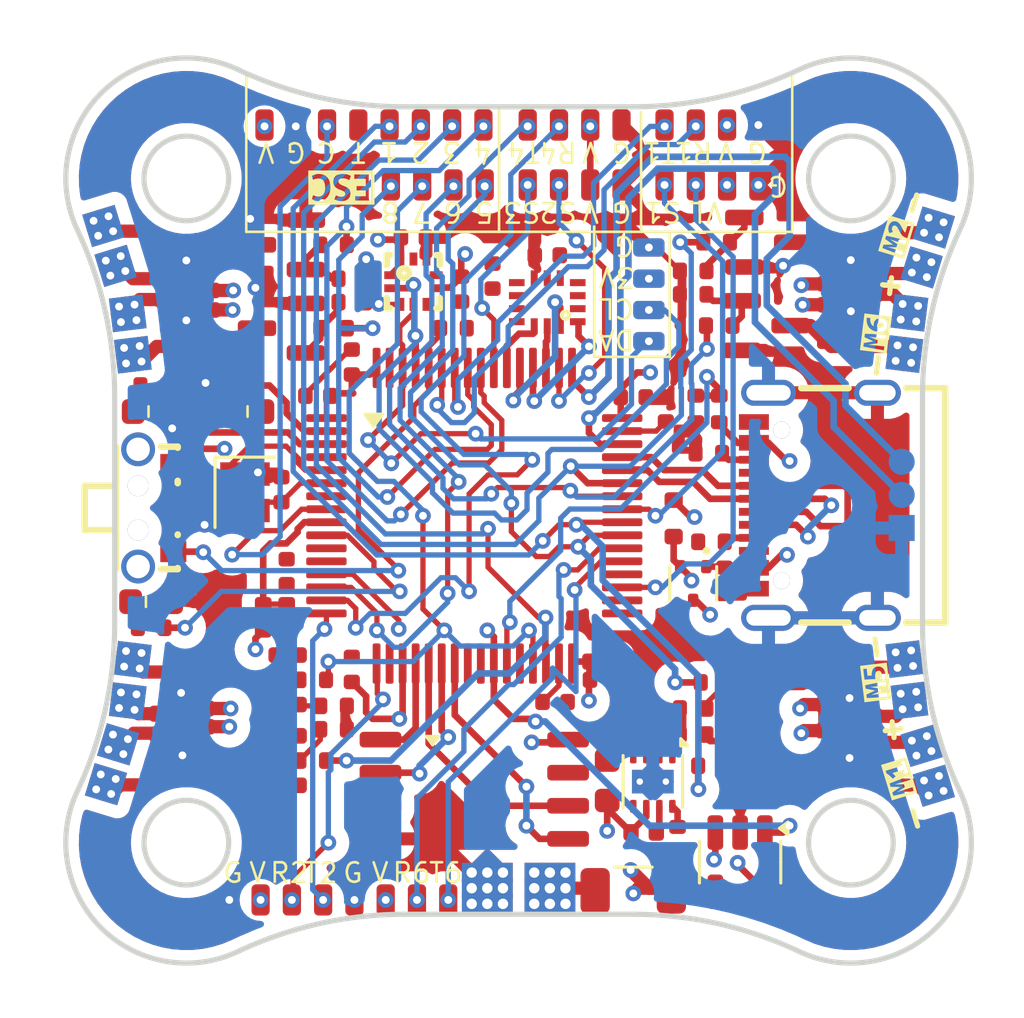
<source format=kicad_pcb>
(kicad_pcb (version 20240108) (generator "pcbnew") (generator_version "8.0")
  (layers (0 "F.Cu" signal) (1 "In1.Cu" signal) (2 "In2.Cu" signal) (31 "B.Cu" signal) (34 "B.Paste" user) (35 "F.Paste" user) (36 "B.SilkS" user "B.Silkscreen") (37 "F.SilkS" user "F.Silkscreen") (38 "B.Mask" user) (39 "F.Mask" user) (44 "Edge.Cuts" user))
  (net 0 "")
  (net 1 "+3.3V")
  (net 2 "GND")
  (net 3 "VSYS")
  (net 4 "Net-(U1-PH0)")
  (net 5 "Net-(D1-A)")
  (net 6 "Net-(U1-PH1)")
  (net 7 "Net-(D2-A)")
  (net 8 "Net-(D3-A)")
  (net 9 "VBAT")
  (net 10 "VBUS")
  (net 11 "USB-")
  (net 12 "USB+")
  (net 13 "VSUB_SENSE")
  (net 15 "LED_RED")
  (net 16 "LED_BLUE")
  (net 18 "Net-(U1-VCAP_1)")
  (net 19 "RX6")
  (net 20 "TX6")
  (net 21 "RX2")
  (net 22 "LED_GREEN")
  (net 23 "TX4")
  (net 25 "BOOT0")
  (net 26 "SWDIO")
  (net 28 "Net-(U1-VCAP_2)")
  (net 29 "TX1")
  (net 30 "SWCLK")
  (net 31 "RX1")
  (net 32 "TX2")
  (net 33 "RX4")
  (net 34 "RGB_LED")
  (net 35 "SERVO_1")
  (net 36 "SERVO_3")
  (net 39 "FLASH_MISO")
  (net 40 "SERVO_2")
  (net 41 "FLASH_CLK")
  (net 43 "FLASH_MOSI")
  (net 44 "CURR_EXT")
  (net 45 "FLASH_CS")
  (net 46 "CURR_SENSE")
  (net 49 "Net-(U4-SW)")
  (net 50 "VBAT+")
  (net 51 "Net-(U4-PG)")
  (net 53 "+3V3")
  (net 60 "Net-(D5-A)")
  (net 61 "Net-(Q3-G)")
  (net 62 "M1")
  (net 65 "Net-(D6-A)")
  (net 66 "Net-(D7-A)")
  (net 67 "Net-(D8-A)")
  (net 68 "Net-(D9-A)")
  (net 69 "Net-(D10-A)")
  (net 70 "Net-(D11-A)")
  (net 71 "Net-(D12-A)")
  (net 72 "Net-(Q2-G)")
  (net 73 "Net-(Q4-G)")
  (net 74 "Net-(Q5-G)")
  (net 75 "Net-(Q6-G)")
  (net 76 "Net-(Q7-G)")
  (net 77 "Net-(Q8-G)")
  (net 78 "Net-(Q9-G)")
  (net 79 "VBAT_SENSE")
  (net 80 "M2")
  (net 81 "M3")
  (net 82 "M4")
  (net 83 "M5")
  (net 84 "M6")
  (net 85 "M7")
  (net 86 "M8")
  (net 87 "Net-(U5-CC2)")
  (net 88 "Net-(U5-CC1)")
  (net 91 "I2C1_SCL")
  (net 92 "I2C1_SDA")
  (net 93 "IMU_MISO")
  (net 94 "IMU_SCK")
  (net 95 "IMU_CS")
  (net 96 "IMU_MOSI")
  (net 97 "Telemetry")
  (footprint "custom:Conn_4_Accesory" (layer "F.Cu") (at 173.1 114.9 180)
    (property "Reference" "J16" (hide yes))
    (property "Value" "I2C" (hide yes))
  )
  (footprint "custom:LED_0603_1608Metric_NoSilk" (layer "F.Cu") (at 154.1 119 180)
    (property "Reference" "D2" (hide yes))
    (property "Value" "BLUE")
  )
  (footprint "custom:R_0402_1005Metric_NoSilk" (layer "F.Cu") (at 175.8 118.9 90)
    (property "Reference" "R2" (hide yes))
    (property "Value" "10k")
  )
  (footprint "custom:R_0402_1005Metric_NoSilk" (layer "F.Cu") (at 175.7 112.5)
    (property "Reference" "R16" (hide yes))
    (property "Value" "100R")
  )
  (footprint "custom:R_0402_1005Metric_NoSilk" (layer "F.Cu") (at 160.2 132.4 180)
    (property "Reference" "R18" (hide yes))
    (property "Value" "100R")
  )
  (footprint "custom:C_0402_1005Metric_NoSilk" (layer "F.Cu") (at 181.3 131.7 180)
    (property "Reference" "C17" (hide yes))
    (property "Value" "10uF" (hide yes))
  )
  (footprint "custom:R_0402_1005Metric_NoSilk" (layer "F.Cu") (at 158.3 126.9 90)
    (property "Reference" "R7" (hide yes))
    (property "Value" "22k")
  )
  (footprint "custom:R_0402_1005Metric_NoSilk" (layer "F.Cu") (at 161.7 113.9 180)
    (property "Reference" "R21" (hide yes))
    (property "Value" "10k")
  )
  (footprint "custom:R_0402_1005Metric_NoSilk" (layer "F.Cu") (at 174.8 130.4)
    (property "Reference" "R23" (hide yes))
    (property "Value" "10k")
  )
  (footprint "custom:C_0402_1005Metric_NoSilk" (layer "F.Cu") (at 159.2 125.15 90)
    (property "Reference" "C16" (hide yes))
    (property "Value" "0.1uF" (hide yes))
  )
  (footprint "custom:Conn_2_Motors" (layer "F.Cu") (at 183.499709 113.340176 163)
    (property "Reference" "J3" (hide yes))
    (property "Value" "M2")
  )
  (footprint "custom:R_0402_1005Metric_NoSilk" (layer "F.Cu") (at 161 115.8 180)
    (property "Reference" "R28" (hide yes))
    (property "Value" "100R")
  )
  (footprint "custom:SOT-23_NoSilk" (layer "F.Cu") (at 177.7 112.5)
    (property "Reference" "Q3" (hide yes))
    (property "Value" "2300A")
  )
  (footprint "custom:R_0402_1005Metric_NoSilk" (layer "F.Cu") (at 157.4 118)
    (property "Reference" "R4" (hide yes))
    (property "Value" "1k")
  )
  (footprint "custom:R_0402_1005Metric_NoSilk" (layer "F.Cu") (at 161.7 114.8 180)
    (property "Reference" "R29" (hide yes))
    (property "Value" "10k")
  )
  (footprint "Package_SO:SOIC-8_5.23x5.23mm_P1.27mm" (layer "F.Cu") (at 166.4 133.5)
    (property "Reference" "U13" (hide yes))
    (property "Value" "W25Q128JVS" (hide yes))
  )
  (footprint "custom:C_0402_1005Metric_NoSilk" (layer "F.Cu") (at 159 122 90)
    (property "Reference" "C8" (hide yes))
    (property "Value" "24pF" (hide yes))
  )
  (footprint "custom:R_0402_1005Metric_NoSilk" (layer "F.Cu") (at 160.2 129.3 180)
    (property "Reference" "R26" (hide yes))
    (property "Value" "100R")
  )
  (footprint "custom:SOT-23_NoSilk" (layer "F.Cu") (at 159 115.8 180)
    (property "Reference" "Q9" (hide yes))
    (property "Value" "2300A")
  )
  (footprint "custom:R_0402_1005Metric_NoSilk" (layer "F.Cu") (at 154 127.3)
    (property "Reference" "R6" (hide yes))
    (property "Value" "1k")
  )
  (footprint "custom:R_0402_1005Metric_NoSilk" (layer "F.Cu") (at 175.8 115.7)
    (property "Reference" "R24" (hide yes))
    (property "Value" "100R")
  )
  (footprint "custom:Conn_2_Bat" (layer "F.Cu") (at 169.3 137.3 -90)
    (property "Reference" "J1" (hide yes))
    (property "Value" "Battery" (hide yes))
  )
  (footprint "custom:C_0402_1005Metric_NoSilk" (layer "F.Cu") (at 181.3 114.5 180)
    (property "Reference" "C22" (hide yes))
    (property "Value" "10uF" (hide yes))
  )
  (footprint "custom:R_0402_1005Metric_NoSilk" (layer "F.Cu") (at 174.2 135.4575 90)
    (property "Reference" "R1" (hide yes))
    (property "Value" "100k")
  )
  (footprint "Package_TO_SOT_SMD:SOT-23-5" (layer "F.Cu") (at 176.6 136.3 -90)
    (property "Reference" "U14" (hide yes))
    (property "Value" "INA180A3" (hide yes))
  )
  (footprint "custom:SOT-23_NoSilk" (layer "F.Cu") (at 177.5 132.6)
    (property "Reference" "Q2" (hide yes))
    (property "Value" "2300A")
  )
  (footprint "custom:SOT-23_NoSilk" (layer "F.Cu") (at 159 112.6 180)
    (property "Reference" "Q5" (hide yes))
    (property "Value" "2300A")
  )
  (footprint "custom:SOT-23_NoSilk" (layer "F.Cu") (at 177.5 129.4)
    (property "Reference" "Q6" (hide yes))
    (property "Value" "2300A")
  )
  (footprint "custom:C_0402_1005Metric_NoSilk" (layer "F.Cu") (at 181.3 130.7 180)
    (property "Reference" "C21" (hide yes))
    (property "Value" "10uF" (hide yes))
  )
  (footprint "custom:C_0402_1005Metric_NoSilk" (layer "F.Cu") (at 178.8 138 -90)
    (property "Reference" "C10" (hide yes))
    (property "Value" "0.1uF" (hide yes))
  )
  (footprint "easyeda2kicad:SENSORM-SMD_BMP388" (layer "F.Cu") (at 164.065001 114.015001 90)
    (property "Reference" "U2" (hide yes))
    (property "Value" "BMP388")
  )
  (footprint "custom:Conn_8_Accesory" (layer "F.Cu") (at 158.55 108 90)
    (property "Reference" "J12" (hide yes))
    (property "Value" "FC-ESC con" (hide yes))
  )
  (footprint "custom:C_0402_1005Metric_NoSilk" (layer "F.Cu") (at 154.7 130.6)
    (property "Reference" "C23" (hide yes))
    (property "Value" "10uF" (hide yes))
  )
  (footprint "custom:Conn_4_Accesory" (layer "F.Cu") (at 169.85 110.3 90)
    (property "Reference" "J18" (hide yes))
    (property "Value" "I2C" (hide yes))
  )
  (footprint "custom:C_0402_1005Metric_NoSilk" (layer "F.Cu") (at 161.7 128.9 90)
    (property "Reference" "C12" (hide yes))
    (property "Value" "0.1uF" (hide yes))
  )
  (footprint "custom:R_0402_1005Metric_NoSilk" (layer "F.Cu") (at 161 131.2 180)
    (property "Reference" "R19" (hide yes))
    (property "Value" "10k")
  )
  (footprint "custom:C_0402_1005Metric_NoSilk" (layer "F.Cu") (at 172.5 118.45)
    (property "Reference" "C9" (hide yes))
    (property "Value" "0.1uF" (hide yes))
  )
  (footprint "easyeda2kicad:SW-SMD_TS-1086EV-16" (layer "F.Cu") (at 154.2 122.7 -90)
    (property "Reference" "SW1" (hide yes))
    (property "Value" "SW_SPST")
  )
  (footprint "custom:D_SOD-523_NoSilk" (layer "F.Cu") (at 179.85 131.95 -90)
    (property "Reference" "D5" (hide yes))
    (property "Value" "D_Schottky")
  )
  (footprint "custom:SOT-23_NoSilk" (layer "F.Cu") (at 177.6 115.7)
    (property "Reference" "Q7" (hide yes))
    (property "Value" "2300A")
  )
  (footprint "custom:C_0402_1005Metric_NoSilk" (layer "F.Cu") (at 167.1 113.8 -90)
    (property "Reference" "C4" (hide yes))
    (property "Value" "100nF" (hide yes))
  )
  (footprint "custom:Conn_4_Accesory" (layer "F.Cu") (at 169.85 108 90)
    (property "Reference" "J14" (hide yes))
    (property "Value" "UART4" (hide yes))
  )
  (footprint "custom:C_0402_1005Metric_NoSilk" (layer "F.Cu") (at 156.1 122 -90)
    (property "Reference" "C7" (hide yes))
    (property "Value" "24pF" (hide yes))
  )
  (footprint "kibuzzard-66E3374B" (layer "F.Cu") (at 161.3 110.4 180)
    (property "Reference" "kibuzzard-66E3374B" (hide yes))
    (property "Value" "G***" (hide yes))
  )
  (footprint "custom:C_0402_1005Metric_NoSilk" (layer "F.Cu") (at 171.3 128.6)
    (property "Reference" "C11" (hide yes))
    (property "Value" "0.1uF" (hide yes))
  )
  (footprint "custom:R_0402_1005Metric_NoSilk" (layer "F.Cu") (at 154.1 118)
    (property "Reference" "R5" (hide yes))
    (property "Value" "1k")
  )
  (footprint "kibuzzard-66DD79C8" (layer "F.Cu") (at 182.6 112.3 73)
    (property "Reference" "kibuzzard-66DD79C8" (hide yes))
    (property "Value" "G***" (hide yes))
  )
  (footprint "custom:Conn_4_Accesory" (layer "F.Cu") (at 159.2 137.75 -90)
    (property "Reference" "J15" (hide yes))
    (property "Value" "USART6" (hide yes))
  )
  (footprint "custom:R_0402_1005Metric_NoSilk" (layer "F.Cu") (at 174.8 114.5)
    (property "Reference" "R25" (hide yes))
    (property "Value" "10k")
  )
  (footprint "custom:Conn_2_Motors" (layer "F.Cu") (at 152.50903 113.340176 -163)
    (property "Reference" "J5" (hide yes))
    (property "Value" "M4")
  )
  (footprint "custom:R_0402_1005Metric_NoSilk" (layer "F.Cu") (at 175.5 124 180)
    (property "Reference" "R10" (hide yes))
    (property "Value" "5.11k")
  )
  (footprint "custom:C_0402_1005Metric_NoSilk" (layer "F.Cu") (at 154.9 114.7)
    (property "Reference" "C24" (hide yes))
    (property "Value" "10uF" (hide yes))
  )
  (footprint "custom:Conn_2_Motors" (layer "F.Cu") (at 183.184563 115.317406 -7)
    (property "Reference" "J7" (hide yes))
    (property "Value" "M6")
  )
  (footprint "Resistor_SMD:R_1206_3216Metric" (layer "F.Cu") (at 172.5 137.4)
    (property "Reference" "R12" (hide yes))
    (property "Value" "1m")
  )
  (footprint "custom:D_SOD-523_NoSilk" (layer "F.Cu") (at 174.05 123.1 90)
    (property "Reference" "D4" (hide yes))
    (property "Value" "D_Schottky")
  )
  (footprint "custom:R_0402_1005Metric_NoSilk" (layer "F.Cu") (at 174.9 118.9 -90)
    (property "Reference" "R3" (hide yes))
    (property "Value" "20k")
  )
  (footprint "custom:C_0402_1005Metric_NoSilk" (layer "F.Cu") (at 154.7 131.4)
    (property "Reference" "C19" (hide yes))
    (property "Value" "10uF" (hide yes))
  )
  (footprint "custom:D_SOD-523_NoSilk" (layer "F.Cu") (at 179.9 113.4 90)
    (property "Reference" "D6" (hide yes))
    (property "Value" "D_Schottky")
  )
  (footprint "custom:C_0402_1005Metric_NoSilk" (layer "F.Cu") (at 154.9 113.9)
    (property "Reference" "C20" (hide yes))
    (property "Value" "10uF" (hide yes))
  )
  (footprint "Package_TO_SOT_SMD:SOT-523" (layer "F.Cu") (at 174.8 125.6 -90)
    (property "Reference" "Q1" (hide yes))
    (property "Value" "PMOS")
  )
  (footprint "custom:SOT-23_NoSilk" (layer "F.Cu") (at 158.3 129.3 180)
    (property "Reference" "Q8" (hide yes))
    (property "Value" "2300A")
  )
  (footprint "custom:C_0402_1005Metric_NoSilk" (layer "F.Cu") (at 165.9 114.3 -90)
    (property "Reference" "C6" (hide yes))
    (property "Value" "0.1uF" (hide yes))
  )
  (footprint "custom:C_0402_1005Metric_NoSilk" (layer "F.Cu") (at 169.2 113 180)
    (property "Reference" "C3" (hide yes))
    (property "Value" "100nF" (hide yes))
  )
  (footprint "kibuzzard-66DD778E" (layer "F.Cu") (at 182.7 133.1 107)
    (property "Reference" "kibuzzard-66DD778E" (hide yes))
    (property "Value" "G***" (hide yes))
  )
  (footprint "custom:D_SOD-523_NoSilk" (layer "F.Cu") (at 179.85 129.55 90)
    (property "Reference" "D9" (hide yes))
    (property "Value" "D_Schottky")
  )
  (footprint "custom:R_0402_1005Metric_NoSilk" (layer "F.Cu") (at 161 112.6 180)
    (property "Reference" "R20" (hide yes))
    (property "Value" "100R")
  )
  (footprint "custom:D_SOD-523_NoSilk" (layer "F.Cu") (at 156.3 115.8 -90)
    (property "Reference" "D12" (hide yes))
    (property "Value" "D_Schottky")
  )
  (footprint "custom:C_0402_1005Metric_NoSilk" (layer "F.Cu") (at 160.4 118.4 180)
    (property "Reference" "C15" (hide yes))
    (property "Value" "0.1uF" (hide yes))
  )
  (footprint "custom:Conn_4_Accesory" (layer "F.Cu") (at 175.1 110.3 90)
    (property "Reference" "J17" (hide yes))
    (property "Value" "I2C" (hide yes))
  )
  (footprint "custom:R_0402_1005Metric_NoSilk" (layer "F.Cu") (at 161 130.3 180)
    (property "Reference" "R27" (hide yes))
    (property "Value" "10k")
  )
  (footprint "custom:D_SOD-523_NoSilk" (layer "F.Cu") (at 179.9 115.6 -90)
    (property "Reference" "D10" (hide yes))
    (property "Value" "D_Schottky")
  )
  (footprint "kibuzzard-66DD7786" (layer "F.Cu") (at 181.8 129.4 97)
    (property "Reference" "kibuzzard-66DD7786" (hide yes))
    (property "Value" "G***" (hide yes))
  )
  (footprint "custom:Conn_2_Motors" (layer "F.Cu") (at 152.800291 131.901351 -17)
    (property "Reference" "J4" (hide yes))
    (property "Value" "M3")
  )
  (footprint "custom:C_0402_1005Metric_NoSilk" (layer "F.Cu") (at 171.32 129.3)
    (property "Reference" "C13" (hide yes))
    (property "Value" "0.1uF" (hide yes))
  )
  (footprint "custom:C_0402_1005Metric_NoSilk" (layer "F.Cu") (at 161.7 117.1 90)
    (property "Reference" "C14" (hide yes))
    (property "Value" "0.1uF" (hide yes))
  )
  (footprint "easyeda2kicad:USB-SMD_GT-USB-7010AN" (layer "F.Cu") (at 179.5 122.6 90)
    (property "Reference" "U5" (hide yes))
    (property "Value" "GT-USB-7010AN")
  )
  (footprint "Crystal:Crystal_SMD_2016-4Pin_2.0x1.6mm" (layer "F.Cu") (at 157.6 122.1 -90)
    (property "Reference" "Y1" (hide yes))
    (property "Value" "8 MHz")
  )
  (footprint "custom:C_0402_1005Metric_NoSilk" (layer "F.Cu") (at 173.75 118.9 90)
    (property "Reference" "C26" (hide yes))
    (property "Value" "2.2uF" (hide yes))
  )
  (footprint "custom:C_0402_1005Metric_NoSilk" (layer "F.Cu") (at 181.3 113.7 180)
    (property "Reference" "C18" (hide yes))
    (property "Value" "10uF" (hide yes))
  )
  (footprint "custom:D_SOD-523_NoSilk" (layer "F.Cu") (at 156.3 113.65 90)
    (property "Reference" "D8" (hide yes))
    (property "Value" "D_Schottky")
  )
  (footprint "custom:C_0402_1005Metric_NoSilk" (layer "F.Cu") (at 164.065001 112.315001)
    (property "Reference" "C5" (hide yes))
    (property "Value" "0.1uF" (hide yes))
  )
  (footprint "custom:C_0402_1005Metric_NoSilk" (layer "F.Cu") (at 169.5 130.15)
    (property "Reference" "C25" (hide yes))
    (property "Value" "2.2uF" (hide yes))
  )
  (footprint "custom:SOT-23_NoSilk" (layer "F.Cu") (at 158.3 132.4 180)
    (property "Reference" "Q4" (hide yes))
    (property "Value" "2300A")
  )
  (footprint "kibuzzard-66DD79DA" (layer "F.Cu") (at 181.8 116 83)
    (property "Reference" "kibuzzard-66DD79DA" (hide yes))
    (property "Value" "G***" (hide yes))
  )
  (footprint "custom:C_0402_1005Metric_NoSilk" (layer "F.Cu") (at 172.8 131.3575 180)
    (property "Reference" "C2" (hide yes))
    (property "Value" "10uF" (hide yes))
  )
  (footprint "custom:R_0402_1005Metric_NoSilk" (layer "F.Cu") (at 174.8 131.4)
    (property "Reference" "R15" (hide yes))
    (property "Value" "10k")
  )
  (footprint "custom:Conn_2_Motors" (layer "F.Cu") (at 153.015437 130.00697 173)
    (property "Reference" "J8" (hide yes))
    (property "Value" "M7")
  )
  (footprint "custom:R_0402_1005Metric_NoSilk" (layer "F.Cu") (at 175.6 129.4)
    (property "Reference" "R22" (hide yes))
    (property "Value" "100R")
  )
  (footprint "Package_QFP:LQFP-64_10x10mm_P0.5mm" (layer "F.Cu") (at 166.4 123)
    (property "Reference" "U1" (hide yes))
    (property "Value" "STM32F405RGTx")
  )
  (footprint "custom:R_0402_1005Metric_NoSilk" (layer "F.Cu") (at 174.8 113.6)
    (property "Reference" "R17" (hide yes))
    (property "Value" "10k")
  )
  (footprint "custom:R_0402_1005Metric_NoSilk" (layer "F.Cu") (at 175.4 120.6 180)
    (property "Reference" "R9" (hide yes))
    (property "Value" "5.11k")
  )
  (footprint "custom:Conn_4_Accesory" (layer "F.Cu") (at 175.1 108 90)
    (property "Reference" "J10" (hide yes))
    (property "Value" "USART1" (hide yes))
  )
  (footprint "custom:Conn_4_Accesory" (layer "F.Cu") (at 164 137.75 -90)
    (property "Reference" "J11" (hide yes))
    (property "Value" "USART2" (hide yes))
  )
  (footprint "custom:C_0603_1608Metric_NoSilk" (layer "F.Cu") (at 171.5 133.1575 90)
    (property "Reference" "C1" (hide yes))
    (property "Value" "22uF")
  )
  (footprint "custom:R_0402_1005Metric_NoSilk" (layer "F.Cu") (at 175.5 132.6)
    (property "Reference" "R14" (hide yes))
    (property "Value" "100R")
  )
  (footprint "custom:Conn_2_Motors" (layer "F.Cu") (at 182.986054 130.00697 -173)
    (property "Reference" "J6" (hide yes))
    (property "Value" "M5" (hide yes))
  )
  (footprint "custom:Conn_2_Motors" (layer "F.Cu") (at 183.690971 131.901351 17)
    (property "Reference" "J2" (hide yes))
    (property "Value" "M1" (hide yes))
  )
  (footprint "custom:R_0402_1005Metric_NoSilk" (layer "F.Cu") (at 176 125.5 -90)
    (property "Reference" "R11" (hide yes))
    (property "Value" "10k")
  )
  (footprint "custom:Conn_4_Accesory" (layer "F.Cu") (at 165.4 110.3 -90)
    (property "Reference" "J13" (hide yes))
    (property "Value" "Motors2" (hide yes))
  )
  (footprint "custom:R_0402_1005Metric_NoSilk" (layer "F.Cu") (at 159.2 126.9 -90)
    (property "Reference" "R8" (hide yes))
    (property "Value" "4.7k")
  )
  (footprint "custom:LED_0603_1608Metric_NoSilk" (layer "F.Cu") (at 154 126.3 180)
    (property "Reference" "D3" (hide yes))
    (property "Value" "GREEN")
  )
  (footprint "custom:LED_0603_1608Metric_NoSilk" (layer "F.Cu") (at 157.5 119)
    (property "Reference" "D1" (hide yes))
    (property "Value" "RED")
  )
  (footprint "Package_SON:WSON-8-1EP_2x2mm_P0.5mm_EP0.9x1.6mm_ThermalVias" (layer "F.Cu") (at 173.25 133.2075 -90)
    (property "Reference" "U4" (hide yes))
    (property "Value" "TPS62172DSG")
  )
  (footprint "easyeda2kicad:LGA-14_L3.0-W2.5-P0.50-BR" (layer "F.Cu") (at 169.2 114.8)
    (property "Reference" "U3" (hide yes))
    (property "Value" "BMI270")
  )
  (footprint "custom:D_SOD-523_NoSilk" (layer "F.Cu") (at 156.1 129.7 90)
    (property "Reference" "D11" (hide yes))
    (property "Value" "D_Schottky")
  )
  (footprint "custom:Conn_2_Motors" (layer "F.Cu") (at 153.213946 115.317406 7)
    (property "Reference" "J9" (hide yes))
    (property "Value" "M8")
  )
  (footprint "custom:R_0402_1005Metric_NoSilk" (layer "F.Cu") (at 165.6 115.8)
    (property "Reference" "R13" (hide yes))
    (property "Value" "10k")
  )
  (footprint "Inductor_SMD:L_0402_1005Metric" (layer "F.Cu") (at 172.9 135.1575 180)
    (property "Reference" "L1" (hide yes))
    (property "Value" "2.2uH")
  )
  (footprint "custom:D_SOD-523_NoSilk" (layer "F.Cu") (at 156.1 131.8 -90)
    (property "Reference" "D7" (hide yes))
    (property "Value" "D_Schottky")
  )
  (footprint "Connector_PinHeader_1.27mm:PinHeader_1x03_P1.27mm_Vertical" (layer "B.Cu") (at 182.8 120.93 180)
    (property "Reference" "J19" (hide yes))
    (property "Value" "Debug" (hide yes))
  )
  (gr_line (start 171 116.9) (end 173.9 116.9) (stroke (width 0.1)) (layer "F.SilkS"))
  (gr_line (start 173.9 116.9) (end 173.9 112.1) (stroke (width 0.1)) (layer "F.SilkS"))
  (gr_line (start 167.35 107.45) (end 167.35 112.1) (stroke (width 0.1)) (layer "F.SilkS"))
  (gr_line (start 178.6 112.1) (end 178.6 106.1) (stroke (width 0.1)) (layer "F.SilkS"))
  (gr_line (start 171 111.9) (end 171 116.9) (stroke (width 0.1)) (layer "F.SilkS"))
  (gr_line (start 166.15 112.1) (end 178.6 112.1) (stroke (width 0.1)) (layer "F.SilkS"))
  (gr_line (start 157.65 112.1) (end 157.65 106.1) (stroke (width 0.1)) (layer "F.SilkS"))
  (gr_line (start 172.8 112.1) (end 172.8 107.5) (stroke (width 0.1)) (layer "F.SilkS"))
  (gr_line (start 166.15 112.1) (end 157.65 112.1) (stroke (width 0.1)) (layer "F.SilkS"))
  (gr_arc (start 172.47875 138.30001) (mid 175.757221 138.662664) (end 178.877153 139.733131) (stroke (width 0.2)) (layer "Edge.Cuts"))
  (gr_arc (start 185.033121 133.577163) (mid 183.962658 130.457218) (end 183.6 127.17874) (stroke (width 0.2)) (layer "Edge.Cuts"))
  (gr_arc (start 185.033121 133.577163) (mid 184.120369 138.820379) (end 178.877153 139.733131) (stroke (width 0.2)) (layer "Edge.Cuts"))
  (gr_circle (center 180.85 135.55001) (end 182.475 135.55001) (stroke (width 0.2)) (fill none) (layer "Edge.Cuts"))
  (gr_arc (start 157.322847 139.733131) (mid 152.079631 138.820379) (end 151.166879 133.577163) (stroke (width 0.2)) (layer "Edge.Cuts"))
  (gr_circle (center 155.35 135.55001) (end 156.975 135.55001) (stroke (width 0.2)) (fill none) (layer "Edge.Cuts"))
  (gr_circle (center 155.35 110.05001) (end 156.975 110.05001) (stroke (width 0.2)) (fill none) (layer "Edge.Cuts"))
  (gr_arc (start 157.322847 139.733131) (mid 160.44279 138.662668) (end 163.721266 138.30001) (stroke (width 0.2)) (layer "Edge.Cuts"))
  (gr_arc (start 178.877153 105.866889) (mid 184.120369 106.779641) (end 185.033121 112.022857) (stroke (width 0.2)) (layer "Edge.Cuts"))
  (gr_line (start 172.47873 107.30001) (end 163.721265 107.30001) (stroke (width 0.2)) (layer "Edge.Cuts"))
  (gr_arc (start 178.877153 105.866889) (mid 175.757208 106.937352) (end 172.47873 107.30001) (stroke (width 0.2)) (layer "Edge.Cuts"))
  (gr_line (start 152.6 118.421276) (end 152.6 127.178745) (stroke (width 0.2)) (layer "Edge.Cuts"))
  (gr_arc (start 183.6 118.42126) (mid 183.962654 115.142789) (end 185.033121 112.022857) (stroke (width 0.2)) (layer "Edge.Cuts"))
  (gr_arc (start 151.166879 112.022857) (mid 152.237342 115.1428) (end 152.6 118.421276) (stroke (width 0.2)) (layer "Edge.Cuts"))
  (gr_arc (start 152.6 127.178745) (mid 152.237329 130.457217) (end 151.166879 133.577163) (stroke (width 0.2)) (layer "Edge.Cuts"))
  (gr_circle (center 180.85 110.05001) (end 182.475 110.05001) (stroke (width 0.2)) (fill none) (layer "Edge.Cuts"))
  (gr_arc (start 151.166879 112.022857) (mid 152.079631 106.779641) (end 157.322847 105.866889) (stroke (width 0.2)) (layer "Edge.Cuts"))
  (gr_line (start 163.721266 138.30001) (end 172.47875 138.30001) (stroke (width 0.2)) (layer "Edge.Cuts"))
  (gr_line (start 183.6 127.17874) (end 183.6 118.42126) (stroke (width 0.2)) (layer "Edge.Cuts"))
  (gr_arc (start 163.721265 107.30001) (mid 160.442793 106.937339) (end 157.322847 105.866889) (stroke (width 0.2)) (layer "Edge.Cuts"))
  (gr_text "G" (at 177.7 108.6 180) (layer "F.SilkS") (effects (font (size 0.75 0.75) (thickness 0.1)) (justify left bottom)))
  (gr_text "6" (at 166 110.9 180) (layer "F.SilkS") (effects (font (size 0.75 0.75) (thickness 0.1)) (justify left bottom)))
  (gr_text "V" (at 176 110.9 180) (layer "F.SilkS") (effects (font (size 0.75 0.75) (thickness 0.1)) (justify left bottom)))
  (gr_text "R2" (at 158.5 137.15 0) (layer "F.SilkS") (effects (font (size 0.75 0.75) (thickness 0.1)) (justify left bottom)))
  (gr_text "V" (at 157.7 137.15 0) (layer "F.SilkS") (effects (font (size 0.75 0.75) (thickness 0.1)) (justify left bottom)))
  (gr_text "3V" (at 172.6 113.4 180) (layer "F.SilkS") (effects (font (size 0.75 0.75) (thickness 0.1)) (justify left bottom)))
  (gr_text "L" (at 175.3 110.9 180) (layer "F.SilkS") (effects (font (size 0.75 0.75) (thickness 0.1)) (justify left bottom)))
  (gr_text "G" (at 178.5 109.9 180) (layer "F.SilkS") (effects (font (size 0.75 0.75) (thickness 0.1)) (justify left bottom)))
  (gr_text "R4" (at 170.4 108.6 180) (layer "F.SilkS") (effects (font (size 0.75 0.75) (thickness 0.1)) (justify left bottom)))
  (gr_text "+" (at 181.7 114.5 353) (layer "F.SilkS") (effects (font (size 0.8 0.8) (thickness 0.2) (bold yes)) (justify left bottom)))
  (gr_text "4" (at 167.15 108.6 180) (layer "F.SilkS") (effects (font (size 0.75 0.75) (thickness 0.1)) (justify left bottom)))
  (gr_text "T2" (at 159.8 137.15 0) (layer "F.SilkS") (effects (font (size 0.75 0.75) (thickness 0.1)) (justify left bottom)))
  (gr_text "-" (at 182.3 128.6 97) (layer "F.SilkS") (effects (font (size 0.8 0.8) (thickness 0.2) (bold yes)) (justify left bottom)))
  (gr_text "7" (at 164.8 110.9 180) (layer "F.SilkS") (effects (font (size 0.75 0.75) (thickness 0.1)) (justify left bottom)))
  (gr_text "G" (at 172.5 110.9 180) (layer "F.SilkS") (effects (font (size 0.75 0.75) (thickness 0.1)) (justify left bottom)))
  (gr_text "T4" (at 169 108.6 180) (layer "F.SilkS") (effects (font (size 0.75 0.75) (thickness 0.1)) (justify left bottom)))
  (gr_text "DA" (at 172.6 115.8 180) (layer "F.SilkS") (effects (font (size 0.75 0.75) (thickness 0.1)) (justify left bottom)))
  (gr_text "S3" (at 169 110.9 180) (layer "F.SilkS") (effects (font (size 0.75 0.75) (thickness 0.1)) (justify left bottom)))
  (gr_text "V" (at 171.25 108.6 180) (layer "F.SilkS") (effects (font (size 0.75 0.75) (thickness 0.1)) (justify left bottom)))
  (gr_text "3" (at 165.95 108.6 180) (layer "F.SilkS") (effects (font (size 0.75 0.75) (thickness 0.1)) (justify left bottom)))
  (gr_text "+" (at 181.9 131.7 7) (layer "F.SilkS") (effects (font (size 0.8 0.8) (thickness 0.2) (bold yes)) (justify left bottom)))
  (gr_text "T1" (at 174.2 108.6 180) (layer "F.SilkS") (effects (font (size 0.75 0.75) (thickness 0.1)) (justify left bottom)))
  (gr_text "V" (at 158.8 108.6 180) (layer "F.SilkS") (effects (font (size 0.75 0.75) (thickness 0.1)) (justify left bottom)))
  (gr_text "R6" (at 163.2 137.15 0) (layer "F.SilkS") (effects (font (size 0.75 0.75) (thickness 0.1)) (justify left bottom)))
  (gr_text "G" (at 172.6 112.2 180) (layer "F.SilkS") (effects (font (size 0.75 0.75) (thickness 0.1)) (justify left bottom)))
  (gr_text "8" (at 163.6 110.9 180) (layer "F.SilkS") (effects (font (size 0.75 0.75) (thickness 0.1)) (justify left bottom)))
  (gr_text "1" (at 163.55 108.6 180) (layer "F.SilkS") (effects (font (size 0.75 0.75) (thickness 0.1)) (justify left bottom)))
  (gr_text "G" (at 160 108.6 180) (layer "F.SilkS") (effects (font (size 0.75 0.75) (thickness 0.1)) (justify left bottom)))
  (gr_text "C" (at 161.15 108.6 180) (layer "F.SilkS") (effects (font (size 0.75 0.75) (thickness 0.1)) (justify left bottom)))
  (gr_text "G" (at 156.7 137.15 0) (layer "F.SilkS") (effects (font (size 0.75 0.75) (thickness 0.1)) (justify left bottom)))
  (gr_text "V" (at 162.4 137.15 0) (layer "F.SilkS") (effects (font (size 0.75 0.75) (thickness 0.1)) (justify left bottom)))
  (gr_text "S2" (at 170.4 110.9 180) (layer "F.SilkS") (effects (font (size 0.75 0.75) (thickness 0.1)) (justify left bottom)))
  (gr_text "CL" (at 172.6 114.6 180) (layer "F.SilkS") (effects (font (size 0.75 0.75) (thickness 0.1)) (justify left bottom)))
  (gr_text "G" (at 172.5 108.6 180) (layer "F.SilkS") (effects (font (size 0.75 0.75) (thickness 0.1)) (justify left bottom)))
  (gr_text "2" (at 164.75 108.6 180) (layer "F.SilkS") (effects (font (size 0.75 0.75) (thickness 0.1)) (justify left bottom)))
  (gr_text "G" (at 161.3 137.15 0) (layer "F.SilkS") (effects (font (size 0.75 0.75) (thickness 0.1)) (justify left bottom)))
  (gr_text "-" (at 182.2 117.9 83) (layer "F.SilkS") (effects (font (size 0.8 0.8) (thickness 0.2) (bold yes)) (justify left bottom)))
  (gr_text "S1" (at 174.4 110.9 180) (layer "F.SilkS") (effects (font (size 0.75 0.75) (thickness 0.1)) (justify left bottom)))
  (gr_text "V" (at 176.45 108.6 180) (layer "F.SilkS") (effects (font (size 0.75 0.75) (thickness 0.1)) (justify left bottom)))
  (gr_text "R1" (at 175.6 108.6 180) (layer "F.SilkS") (effects (font (size 0.75 0.75) (thickness 0.1)) (justify left bottom)))
  (gr_text "V" (at 171.25 110.9 180) (layer "F.SilkS") (effects (font (size 0.75 0.75) (thickness 0.1)) (justify left bottom)))
  (gr_text "T" (at 162.3 108.6 180) (layer "F.SilkS") (effects (font (size 0.75 0.75) (thickness 0.1)) (justify left bottom)))
  (gr_text "-" (at 183.9 135.1 107) (layer "F.SilkS") (effects (font (size 0.8 0.8) (thickness 0.2) (bold yes)) (justify left bottom)))
  (gr_text "5" (at 167.2 110.9 180) (layer "F.SilkS") (effects (font (size 0.75 0.75) (thickness 0.1)) (justify left bottom)))
  (gr_text "T6" (at 164.6 137.15 0) (layer "F.SilkS") (effects (font (size 0.75 0.75) (thickness 0.1)) (justify left bottom)))
  (gr_text "-" (at 183.5 111.7 73) (layer "F.SilkS") (effects (font (size 0.8 0.8) (thickness 0.2) (bold yes)) (justify left bottom)))
  (segment (start 155.35 113.2) (end 155.35 113.676076) (width 0.508) (layer "F.Cu") (net 2))
  (segment (start 180.82 115.12) (end 180.85 115.15) (width 0.508) (layer "F.Cu") (net 2))
  (segment (start 173.39 112.7) (end 173.1 112.7) (width 0.2) (layer "F.Cu") (net 2))
  (segment (start 162.21 114.8) (end 162.667805 114.8) (width 0.2032) (layer "F.Cu") (net 2))
  (segment (start 180.82 113.7) (end 180.82 113.212612) (width 0.508) (layer "F.Cu") (net 2))
  (segment (start 156.42 122.8) (end 156.1 122.48) (width 0.2032) (layer "F.Cu") (net 2))
  (segment (start 177.3 110.419) (end 177.3 110.3) (width 0.254) (layer "F.Cu") (net 2))
  (segment (start 155.38 113.706076) (end 155.38 113.9) (width 0.508) (layer "F.Cu") (net 2))
  (segment (start 180.82 132.28) (end 180.8 132.3) (width 0.508) (layer "F.Cu") (net 2))
  (segment (start 155.18 132.18) (end 155.2 132.2) (width 0.508) (layer "F.Cu") (net 2))
  (segment (start 174.29 113.6) (end 173.39 112.7) (width 0.2) (layer "F.Cu") (net 2))
  (segment (start 156.1 123.3) (end 156.05 123.35) (width 0.2032) (layer "F.Cu") (net 2))
  (segment (start 162.21 113.9) (end 162.21 113.19) (width 0.2032) (layer "F.Cu") (net 2))
  (segment (start 180.82 113.212612) (end 180.847107 113.185505) (width 0.508) (layer "F.Cu") (net 2))
  (segment (start 180.82 131.7) (end 180.82 132.28) (width 0.508) (layer "F.Cu") (net 2))
  (segment (start 177.269 110.381) (end 177.35 110.3) (width 0.254) (layer "F.Cu") (net 2))
  (segment (start 156.7125 119) (end 156.293 118.5805) (width 0.254) (layer "F.Cu") (net 2))
  (segment (start 161.7 116.62) (end 161.628417 116.62) (width 0.2032) (layer "F.Cu") (net 2))
  (segment (start 180.82 130.02) (end 180.8 130) (width 0.508) (layer "F.Cu") (net 2))
  (segment (start 156.293 118.106287) (end 156.087684 117.900971) (width 0.254) (layer "F.Cu") (net 2))
  (segment (start 162.752806 114.885001) (end 162.737901 114.870096) (width 0.2032) (layer "F.Cu") (net 2))
  (segment (start 159.9375 114.85) (end 159.9375 114.658939) (width 0.2032) (layer "F.Cu") (net 2))
  (segment (start 155.18 129.83) (end 155.15 129.8) (width 0.508) (layer "F.Cu") (net 2))
  (segment (start 177.13 125.8) (end 176.21 125.8) (width 0.254) (layer "F.Cu") (net 2))
  (segment (start 163.565001 114.885001) (end 162.752806 114.885001) (width 0.2032) (layer "F.Cu") (net 2))
  (segment (start 177.269 110.45) (end 177.269 110.381) (width 0.254) (layer "F.Cu") (net 2))
  (segment (start 155.38 115.47) (end 155.38 114.7) (width 0.508) (layer "F.Cu") (net 2))
  (segment (start 155.18 130.6) (end 155.18 129.83) (width 0.508) (layer "F.Cu") (net 2))
  (segment (start 180.82 130.7) (end 180.82 130.02) (width 0.508) (layer "F.Cu") (net 2))
  (segment (start 161.628417 116.62) (end 160.720227 117.52819) (width 0.2032) (layer "F.Cu") (net 2))
  (segment (start 159.92 118.328417) (end 160.720227 117.52819) (width 0.2032) (layer "F.Cu") (net 2))
  (segment (start 159.92 118.4) (end 159.92 118.328417) (width 0.2032) (layer "F.Cu") (net 2))
  (segment (start 154.8875 119) (end 154.8875 119.565632) (width 0.254) (layer "F.Cu") (net 2))
  (segment (start 162.667805 114.8) (end 162.737901 114.870096) (width 0.2032) (layer "F.Cu") (net 2))
  (segment (start 156.293 118.5805) (end 156.293 118.106287) (width 0.254) (layer "F.Cu") (net 2))
  (segment (start 155.18 131.4) (end 155.18 132.18) (width 0.508) (layer "F.Cu") (net 2))
  (segment (start 154.8875 119) (end 154.59 119) (width 0.254) (layer "F.Cu") (net 2))
  (segment (start 155.35 113.676076) (end 155.38 113.706076) (width 0.508) (layer "F.Cu") (net 2))
  (segment (start 155.35 115.5) (end 155.38 115.47) (width 0.508) (layer "F.Cu") (net 2))
  (segment (start 156.1 122.48) (end 156.1 123.3) (width 0.2032) (layer "F.Cu") (net 2))
  (segment (start 162.21 113.19) (end 162.25 113.15) (width 0.2032) (layer "F.Cu") (net 2))
  (segment (start 157.05 122.8) (end 156.42 122.8) (width 0.2032) (layer "F.Cu") (net 2))
  (segment (start 180.82 114.5) (end 180.82 115.12) (width 0.508) (layer "F.Cu") (net 2))
  (segment (start 176.21 125.8) (end 176 126.01) (width 0.254) (layer "F.Cu") (net 2))
  (segment (start 177.269 110.45) (end 177.3 110.419) (width 0.254) (layer "F.Cu") (net 2))
  (segment (start 154.8875 119.565632) (end 154.807498 119.645634) (width 0.254) (layer "F.Cu") (net 2))
  (via (at 177.3 110.3) (size 0.6) (drill 0.3) (layers "F.Cu" "B.Cu") (net 2))
  (via (at 155.2 132.2) (size 0.6) (drill 0.3) (layers "F.Cu" "B.Cu") (net 2))
  (via (at 161.8 137.75) (size 0.6) (drill 0.3) (layers "F.Cu" "B.Cu") (net 2))
  (via (at 154.807498 119.645634) (size 0.6) (drill 0.3) (layers "F.Cu" "B.Cu") (net 2))
  (via (at 155.35 113.2) (size 0.6) (drill 0.3) (layers "F.Cu" "B.Cu") (net 2))
  (via (at 155.15 129.8) (size 0.6) (drill 0.3) (layers "F.Cu" "B.Cu") (net 2))
  (via (at 162.25 113.15) (size 0.6) (drill 0.3) (layers "F.Cu" "B.Cu") (net 2))
  (via (at 180.847107 113.185505) (size 0.6) (drill 0.3) (layers "F.Cu" "B.Cu") (net 2))
  (via (at 162.737901 114.870096) (size 0.6) (drill 0.3) (layers "F.Cu" "B.Cu") (net 2))
  (via (at 157.8 111.6) (size 0.6) (drill 0.3) (layers "F.Cu" "B.Cu") (net 2))
  (via (at 158 114.25) (size 0.6) (drill 0.3) (layers "F.Cu" "B.Cu") (net 2))
  (via (at 158.0984 121.335789) (size 0.6) (drill 0.3) (layers "F.Cu" "B.Cu") (net 2))
  (via (at 156.087684 117.900971) (size 0.6) (drill 0.3) (layers "F.Cu" "B.Cu") (net 2))
  (via (at 180.8 132.3) (size 0.6) (drill 0.3) (layers "F.Cu" "B.Cu") (net 2))
  (via (at 180.8 130) (size 0.6) (drill 0.3) (layers "F.Cu" "B.Cu") (net 2))
  (via (at 159.55 108.05) (size 0.6) (drill 0.3) (layers "F.Cu" "B.Cu") (net 2))
  (via (at 177.3 108) (size 0.6) (drill 0.3) (layers "F.Cu" "B.Cu") (net 2))
  (via (at 157 137.75) (size 0.6) (drill 0.3) (layers "F.Cu" "B.Cu") (net 2))
  (via (at 178.25 113.4) (size 0.6) (drill 0.3) (layers "F.Cu" "B.Cu") (net 2))
  (via (at 156.05 123.35) (size 0.6) (drill 0.3) (layers "F.Cu" "B.Cu") (net 2))
  (via (at 180.85 115.15) (size 0.6) (drill 0.3) (layers "F.Cu" "B.Cu") (net 2))
  (via (at 155.35 115.5) (size 0.6) (drill 0.3) (layers "F.Cu" "B.Cu") (net 2))
  (segment (start 174.733957 125.490002) (end 174.733957 125.388957) (width 0.254) (layer "F.Cu") (net 3))
  (segment (start 173.5 132.2575) (end 173 132.2575) (width 0.254) (layer "F.Cu") (net 3))
  (segment (start 174.733957 125.388957) (end 174.3 124.955) (width 0.254) (layer "F.Cu") (net 3))
  (segment (start 173.5 132.2575) (end 173.5 131.5775) (width 0.254) (layer "F.Cu") (net 3))
  (segment (start 174.05 123.8) (end 174.05 124.705) (width 0.254) (layer "F.Cu") (net 3))
  (segment (start 173.5 131.5775) (end 173.28 131.3575) (width 0.254) (layer "F.Cu") (net 3))
  (segment (start 174.05 124.705) (end 174.3 124.955) (width 0.254) (layer "F.Cu") (net 3))
  (via (at 174.733957 125.490002) (size 0.6) (drill 0.3) (layers "F.Cu" "B.Cu") (net 3))
  (segment (start 156.93 121.52) (end 157.05 121.4) (width 0.254) (layer "F.Cu") (net 4))
  (segment (start 159.1786 120.3286) (end 157.7682 120.3286) (width 0.2032) (layer "F.Cu") (net 4))
  (segment (start 159.915328 121.25) (end 159.6484 120.983072) (width 0.2032) (layer "F.Cu") (net 4))
  (segment (start 159.6484 120.7984) (end 159.1786 120.3286) (width 0.2032) (layer "F.Cu") (net 4))
  (segment (start 156.1 121.52) (end 156.93 121.52) (width 0.254) (layer "F.Cu") (net 4))
  (segment (start 160.725 121.25) (end 159.915328 121.25) (width 0.2032) (layer "F.Cu") (net 4))
  (segment (start 159.6484 120.983072) (end 159.6484 120.7984) (width 0.2032) (layer "F.Cu") (net 4))
  (segment (start 157.7682 120.3286) (end 157.05 121.0468) (width 0.2032) (layer "F.Cu") (net 4))
  (segment (start 157.05 121.0468) (end 157.05 121.4) (width 0.2032) (layer "F.Cu") (net 4))
  (segment (start 156.968812 118) (end 157.968812 119) (width 0.2032) (layer "F.Cu") (net 5))
  (segment (start 156.89 118) (end 156.968812 118) (width 0.2032) (layer "F.Cu") (net 5))
  (segment (start 157.968812 119) (end 158.2875 119) (width 0.2032) (layer "F.Cu") (net 5))
  (segment (start 158.47 122.48) (end 158.15 122.8) (width 0.2032) (layer "F.Cu") (net 6))
  (segment (start 159.73 121.75) (end 159 122.48) (width 0.2032) (layer "F.Cu") (net 6))
  (segment (start 160.725 121.75) (end 159.73 121.75) (width 0.2032) (layer "F.Cu") (net 6))
  (segment (start 159 122.48) (end 158.47 122.48) (width 0.2032) (layer "F.Cu") (net 6))
  (segment (start 153.59 118) (end 153.59 118.7225) (width 0.254) (layer "F.Cu") (net 7))
  (segment (start 153.59 118.7225) (end 153.3125 119) (width 0.254) (layer "F.Cu") (net 7))
  (segment (start 153.49 127.3) (end 153.49 126.563) (width 0.254) (layer "F.Cu") (net 8))
  (segment (start 153.49 126.563) (end 153.227 126.3) (width 0.254) (layer "F.Cu") (net 8))
  (segment (start 156.1 131.1) (end 157 131.1) (width 0.508) (layer "F.Cu") (net 9))
  (segment (start 181.78 131.7) (end 183.127277 131.7) (width 0.508) (layer "F.Cu") (net 9))
  (segment (start 154.42 113.9) (end 153.302752 113.9) (width 0.508) (layer "F.Cu") (net 9))
  (segment (start 183.127277 131.7) (end 183.1915 131.635777) (width 0.508) (layer "F.Cu") (net 9))
  (segment (start 153.559721 114.7) (end 153.363707 114.896014) (width 0.508) (layer "F.Cu") (net 9))
  (segment (start 179.9 114.9) (end 179 114.9) (width 0.508) (layer "F.Cu") (net 9))
  (segment (start 154.42 114.7) (end 153.559721 114.7) (width 0.508) (layer "F.Cu") (net 9))
  (segment (start 176.1 108) (end 176.1 108.359444) (width 0.254) (layer "F.Cu") (net 9))
  (segment (start 182.464654 114.5) (end 182.836293 114.871639) (width 0.508) (layer "F.Cu") (net 9))
  (segment (start 157.12442 115.1) (end 156.3 115.1) (width 0.508) (layer "F.Cu") (net 9))
  (segment (start 174.8 126.245) (end 174.895 126.245) (width 0.254) (layer "F.Cu") (net 9))
  (segment (start 157.14999 114.35) (end 157.15 114.35001) (width 0.508) (layer "F.Cu") (net 9))
  (segment (start 181.78 130.7) (end 182.564655 130.7) (width 0.508) (layer "F.Cu") (net 9))
  (segment (start 174.895 126.245) (end 175.45 126.8) (width 0.254) (layer "F.Cu") (net 9))
  (segment (start 173.1 137.3) (end 172.4 136.6) (width 0.508) (layer "F.Cu") (net 9))
  (segment (start 157.125919 115.101499) (end 157.12442 115.1) (width 0.508) (layer "F.Cu") (net 9))
  (segment (start 172.70196 137.3) (end 172.501825 137.500135) (width 0.508) (layer "F.Cu") (net 9))
  (segment (start 179.05 131.25) (end 178.95 131.35) (width 0.508) (layer "F.Cu") (net 9))
  (segment (start 170.85 108.05) (end 170.85 110.3) (width 0.254) (layer "F.Cu") (net 9))
  (segment (start 181.78 113.7) (end 183.055724 113.7) (width 0.508) (layer "F.Cu") (net 9))
  (segment (start 156.1 130.4) (end 157.05 130.4) (width 0.508) (layer "F.Cu") (net 9))
  (segment (start 153.510972 130.6) (end 153.363708 130.452736) (width 0.508) (layer "F.Cu") (net 9))
  (segment (start 153.108501 131.577303) (end 153.335804 131.35) (width 0.508) (layer "F.Cu") (net 9))
  (segment (start 158.003237 127.706763) (end 158.3 127.41) (width 0.254) (layer "F.Cu") (net 9))
  (segment (start 179 114.1) (end 178.95 114.15) (width 0.508) (layer "F.Cu") (net 9))
  (segment (start 182.564655 130.7) (end 182.836293 130.428362) (width 0.508) (layer "F.Cu") (net 9))
  (segment (start 158.003237 128.128414) (end 158.003237 127.706763) (width 0.254) (layer "F.Cu") (net 9))
  (segment (start 179.85 130.25) (end 179.05 130.25) (width 0.508) (layer "F.Cu") (net 9))
  (segment (start 153.335804 131.35) (end 154.17 131.35) (width 0.508) (layer "F.Cu") (net 9))
  (segment (start 153.302752 113.9) (end 153.008501 113.605749) (width 0.508) (layer "F.Cu") (net 9))
  (segment (start 181.78 114.5) (end 182.464654 114.5) (width 0.508) (layer "F.Cu") (net 9))
  (segment (start 179.85 130.25) (end 179.85 131.25) (width 0.508) (layer "F.Cu") (net 9))
  (segment (start 175.5125 137.3) (end 175.65 137.4375) (width 0.508) (layer "F.Cu") (net 9))
  (segment (start 183.055724 113.7) (end 183.0915 113.664224) (width 0.508) (layer "F.Cu") (net 9))
  (segment (start 173.8625 137.3) (end 175.5125 137.3) (width 0.508) (layer "F.Cu") (net 9))
  (segment (start 156.3 114.35) (end 157.14999 114.35) (width 0.508) (layer "F.Cu") (net 9))
  (segment (start 179.05 130.25) (end 178.9 130.4) (width 0.508) (layer "F.Cu") (net 9))
  (segment (start 154.17 131.35) (end 154.22 131.4) (width 0.508) (layer "F.Cu") (net 9))
  (segment (start 154.22 130.6) (end 153.510972 130.6) (width 0.508) (layer "F.Cu") (net 9))
  (segment (start 179.85 131.25) (end 179.05 131.25) (width 0.508) (layer "F.Cu") (net 9))
  (segment (start 173.8625 137.3) (end 172.70196 137.3) (width 0.508) (layer "F.Cu") (net 9))
  (segment (start 173.8625 137.3) (end 173.1 137.3) (width 0.508) (layer "F.Cu") (net 9))
  (segment (start 179.9 114.1) (end 179 114.1) (width 0.508) (layer "F.Cu") (net 9))
  (via (at 157.15 114.35001) (size 0.6) (drill 0.3) (layers "F.Cu" "B.Cu") (net 9))
  (via (at 172.501825 137.500135) (size 0.6) (drill 0.3) (layers "F.Cu" "B.Cu") (net 9))
  (via (at 158.003237 128.128414) (size 0.6) (drill 0.3) (layers "F.Cu" "B.Cu") (net 9))
  (via (at 170.85 108.05) (size 0.6) (drill 0.3) (layers "F.Cu" "B.Cu") (net 9))
  (via (at 163 137.75) (size 0.6) (drill 0.3) (layers "F.Cu" "B.Cu") (net 9))
  (via (at 178.95 114.15) (size 0.6) (drill 0.3) (layers "F.Cu" "B.Cu") (net 9))
  (via (at 178.9 130.4) (size 0.6) (drill 0.3) (layers "F.Cu" "B.Cu") (net 9))
  (via (at 172.4 136.6) (size 0.6) (drill 0.3) (layers "F.Cu" "B.Cu") (net 9))
  (via (at 158.35 108.05) (size 0.6) (drill 0.3) (layers "F.Cu" "B.Cu") (net 9))
  (via (at 178.95 131.35) (size 0.6) (drill 0.3) (layers "F.Cu" "B.Cu") (net 9))
  (via (at 176.1 108) (size 0.6) (drill 0.3) (layers "F.Cu" "B.Cu") (net 9))
  (via (at 157 131.1) (size 0.6) (drill 0.3) (layers "F.Cu" "B.Cu") (net 9))
  (via (at 179 114.9) (size 0.6) (drill 0.3) (layers "F.Cu" "B.Cu") (net 9))
  (via (at 175.45 126.8) (size 0.6) (drill 0.3) (layers "F.Cu" "B.Cu") (net 9))
  (via (at 157.125919 115.101499) (size 0.6) (drill 0.3) (layers "F.Cu" "B.Cu") (net 9))
  (via (at 157.05 130.4) (size 0.6) (drill 0.3) (layers "F.Cu" "B.Cu") (net 9))
  (via (at 158.2 137.75) (size 0.6) (drill 0.3) (layers "F.Cu" "B.Cu") (net 9))
  (via (at 176.1 110.3) (size 0.6) (drill 0.3) (layers "F.Cu" "B.Cu") (net 9))
  (segment (start 177.13 120.2) (end 177.687222 120.2) (width 0.254) (layer "F.Cu") (net 10))
  (segment (start 177.687222 125) (end 178.187222 124.5) (width 0.254) (layer "F.Cu") (net 10))
  (segment (start 177.687222 120.2) (end 178.387222 120.9) (width 0.254) (layer "F.Cu") (net 10))
  (segment (start 178.387222 120.9) (end 178.5 120.9) (width 0.254) (layer "F.Cu") (net 10))
  (segment (start 178.187222 124.5) (end 178.4 124.5) (width 0.254) (layer "F.Cu") (net 10))
  (segment (start 177.12 124.99) (end 177.13 125) (width 0.254) (layer "F.Cu") (net 10))
  (segment (start 175.8 119.5) (end 175.8 119.41) (width 0.254) (layer "F.Cu") (net 10))
  (segment (start 175.3 124.955) (end 175.965 124.955) (width 0.254) (layer "F.Cu") (net 10))
  (segment (start 174.85 123.05) (end 174.7 123.05) (width 0.254) (layer "F.Cu") (net 10))
  (segment (start 177.13 120.2) (end 176.5 120.2) (width 0.254) (layer "F.Cu") (net 10))
  (segment (start 175.965 124.955) (end 176 124.99) (width 0.254) (layer "F.Cu") (net 10))
  (segment (start 176 124.99) (end 177.12 124.99) (width 0.254) (layer "F.Cu") (net 10))
  (segment (start 177.13 125) (end 177.687222 125) (width 0.254) (layer "F.Cu") (net 10))
  (segment (start 174.7 123.05) (end 174.05 122.4) (width 0.254) (layer "F.Cu") (net 10))
  (segment (start 176.5 120.2) (end 175.8 119.5) (width 0.254) (layer "F.Cu") (net 10))
  (via (at 178.4 124.5) (size 0.6) (drill 0.3) (layers "F.Cu" "B.Cu") (net 10))
  (via (at 174.85 123.05) (size 0.6) (drill 0.3) (layers "F.Cu" "B.Cu") (net 10))
  (via (at 178.5 120.9) (size 0.6) (drill 0.3) (layers "F.Cu" "B.Cu") (net 10))
  (segment (start 173.497 121.701) (end 173.046 121.25) (width 0.254) (layer "F.Cu") (net 11))
  (segment (start 178.75 123.35) (end 179.2 123.8) (width 0.254) (layer "F.Cu") (net 11))
  (segment (start 173.046 121.25) (end 172.075 121.25) (width 0.254) (layer "F.Cu") (net 11))
  (segment (start 175.45 122.35) (end 174.801 121.701) (width 0.254) (layer "F.Cu") (net 11))
  (segment (start 177.13 122.35) (end 175.45 122.35) (width 0.254) (layer "F.Cu") (net 11))
  (segment (start 177.13 123.35) (end 178.75 123.35) (width 0.254) (layer "F.Cu") (net 11))
  (segment (start 179.85 122.35) (end 177.13 122.35) (width 0.254) (layer "F.Cu") (net 11))
  (segment (start 180.1 122.6) (end 179.85 122.35) (width 0.254) (layer "F.Cu") (net 11))
  (segment (start 174.801 121.701) (end 173.497 121.701) (width 0.254) (layer "F.Cu") (net 11))
  (via (at 179.2 123.8) (size 0.6) (drill 0.3) (layers "F.Cu" "B.Cu") (net 11))
  (via (at 180.1 122.6) (size 0.6) (drill 0.3) (layers "F.Cu" "B.Cu") (net 11))
  (segment (start 179.2 123.5) (end 180.1 122.6) (width 0.254) (layer "B.Cu") (net 11))
  (segment (start 179.2 123.8) (end 179.2 123.5) (width 0.254) (layer "B.Cu") (net 11))
  (segment (start 177.13 121.85) (end 180.6 121.85) (width 0.254) (layer "F.Cu") (net 12))
  (segment (start 180.6 123.4) (end 179.686712 123.4) (width 0.254) (layer "F.Cu") (net 12))
  (segment (start 179.136712 122.85) (end 177.13 122.85) (width 0.254) (layer "F.Cu") (net 12))
  (segment (start 173.685052 121.247) (end 173.188052 120.75) (width 0.254) (layer "F.Cu") (net 12))
  (segment (start 180.727 121.977) (end 180.727 123.273) (width 0.254) (layer "F.Cu") (net 12))
  (segment (start 173.188052 120.75) (end 172.075 120.75) (width 0.254) (layer "F.Cu") (net 12))
  (segment (start 175.75 121.85) (end 175.147 121.247) (width 0.254) (layer "F.Cu") (net 12))
  (segment (start 180.727 123.273) (end 180.6 123.4) (width 0.254) (layer "F.Cu") (net 12))
  (segment (start 179.686712 123.4) (end 179.136712 122.85) (width 0.254) (layer "F.Cu") (net 12))
  (segment (start 175.147 121.247) (end 173.685052 121.247) (width 0.254) (layer "F.Cu") (net 12))
  (segment (start 177.13 121.85) (end 175.75 121.85) (width 0.254) (layer "F.Cu") (net 12))
  (segment (start 180.6 121.85) (end 180.727 121.977) (width 0.254) (layer "F.Cu") (net 12))
  (segment (start 175.8 118.39) (end 174.9 118.39) (width 0.254) (layer "F.Cu") (net 13))
  (segment (start 175.8 118.141053) (end 175.8 118.39) (width 0.254) (layer "F.Cu") (net 13))
  (segment (start 167.65 127.199546) (end 167.764682 127.084864) (width 0.2032) (layer "F.Cu") (net 13))
  (segment (start 175.327 117.668053) (end 175.8 118.141053) (width 0.254) (layer "F.Cu") (net 13))
  (segment (start 167.65 128.675) (end 167.65 127.199546) (width 0.2032) (layer "F.Cu") (net 13))
  (via (at 167.764682 127.084864) (size 0.6) (drill 0.3) (layers "F.Cu" "B.Cu") (net 13))
  (via (at 175.327 117.668053) (size 0.6) (drill 0.3) (layers "F.Cu" "B.Cu") (net 13))
  (segment (start 170.065618 122.742521) (end 169.713209 123.09493) (width 0.2032) (layer "B.Cu") (net 13))
  (segment (start 175.327 117.668053) (end 175.327 119.423) (width 0.2032) (layer "B.Cu") (net 13))
  (segment (start 172.007479 122.742521) (end 170.065618 122.742521) (width 0.2032) (layer "B.Cu") (net 13))
  (segment (start 169.713209 123.09493) (end 169.713209 124.336791) (width 0.2032) (layer "B.Cu") (net 13))
  (segment (start 169.713209 124.336791) (end 167.764682 126.285318) (width 0.2032) (layer "B.Cu") (net 13))
  (segment (start 175.327 119.423) (end 172.007479 122.742521) (width 0.2032) (layer "B.Cu") (net 13))
  (segment (start 167.764682 126.285318) (end 167.764682 127.084864) (width 0.2032) (layer "B.Cu") (net 13))
  (segment (start 159.879408 119.75) (end 160.725 119.75) (width 0.254) (layer "F.Cu") (net 15))
  (segment (start 159.2 119.070592) (end 159.879408 119.75) (width 0.254) (layer "F.Cu") (net 15))
  (segment (start 159.2 118.659632) (end 159.2 119.070592) (width 0.254) (layer "F.Cu") (net 15))
  (segment (start 157.91 118) (end 158.540368 118) (width 0.254) (layer "F.Cu") (net 15))
  (segment (start 158.540368 118) (end 159.2 118.659632) (width 0.254) (layer "F.Cu") (net 15))
  (segment (start 159.258132 119.802) (end 156.261632 119.802) (width 0.254) (layer "F.Cu") (net 16))
  (segment (start 156.261632 119.802) (end 155.8 119.340368) (width 0.254) (layer "F.Cu") (net 16))
  (segment (start 155.3 118) (end 154.61 118) (width 0.254) (layer "F.Cu") (net 16))
  (segment (start 155.8 119.340368) (end 155.8 118.5) (width 0.254) (layer "F.Cu") (net 16))
  (segment (start 160.725 120.25) (end 159.706132 120.25) (width 0.254) (layer "F.Cu") (net 16))
  (segment (start 155.8 118.5) (end 155.3 118) (width 0.254) (layer "F.Cu") (net 16))
  (segment (start 159.706132 120.25) (end 159.258132 119.802) (width 0.254) (layer "F.Cu") (net 16))
  (segment (start 169.02 130.15) (end 169.65 129.52) (width 0.2032) (layer "F.Cu") (net 18))
  (segment (start 169.65 129.52) (end 169.65 128.675) (width 0.2032) (layer "F.Cu") (net 18))
  (segment (start 172.075 124.25) (end 171.195117 124.25) (width 0.2032) (layer "F.Cu") (net 19))
  (segment (start 170.366191 125.078926) (end 169.828926 125.078926) (width 0.2032) (layer "F.Cu") (net 19))
  (segment (start 171.195117 124.25) (end 170.366191 125.078926) (width 0.2032) (layer "F.Cu") (net 19))
  (via (at 169.828926 125.078926) (size 0.6) (drill 0.3) (layers "F.Cu" "B.Cu") (net 19))
  (via (at 164.2 137.75) (size 0.6) (drill 0.3) (layers "F.Cu" "B.Cu") (net 19))
  (segment (start 166.0016 132.049191) (end 166.0016 131.1984) (width 0.2032) (layer "B.Cu") (net 19))
  (segment (start 167.7174 129.4826) (end 167.910244 129.4826) (width 0.2032) (layer "B.Cu") (net 19))
  (segment (start 164.2 137.69841) (end 164.2 133.850791) (width 0.2032) (layer "B.Cu") (net 19))
  (segment (start 164.2 133.850791) (end 166.0016 132.049191) (width 0.2032) (layer "B.Cu") (net 19))
  (segment (start 166.0016 131.1984) (end 167.7174 129.4826) (width 0.2032) (layer "B.Cu") (net 19))
  (segment (start 169.733084 126.183875) (end 169.6484 126.099191) (width 0.2032) (layer "B.Cu") (net 19))
  (segment (start 169.6484 125.259452) (end 169.828926 125.078926) (width 0.2032) (layer "B.Cu") (net 19))
  (segment (start 169.6484 126.099191) (end 169.6484 125.259452) (width 0.2032) (layer "B.Cu") (net 19))
  (segment (start 169.733084 127.65976) (end 169.733084 126.183875) (width 0.2032) (layer "B.Cu") (net 19))
  (segment (start 167.910244 129.4826) (end 169.733084 127.65976) (width 0.2032) (layer "B.Cu") (net 19))
  (segment (start 170.25 125.765328) (end 170.25 125.85) (width 0.2032) (layer "F.Cu") (net 20))
  (segment (start 171.265328 124.75) (end 170.25 125.765328) (width 0.2032) (layer "F.Cu") (net 20))
  (segment (start 172.075 124.75) (end 171.265328 124.75) (width 0.2032) (layer "F.Cu") (net 20))
  (via (at 170.25 125.85) (size 0.6) (drill 0.3) (layers "F.Cu" "B.Cu") (net 20))
  (via (at 165.4 137.75) (size 0.6) (drill 0.3) (layers "F.Cu" "B.Cu") (net 20))
  (segment (start 165.4 133.221001) (end 165.4 137.69841) (width 0.2032) (layer "B.Cu") (net 20))
  (segment (start 170.3016 129.747609) (end 169.403991 128.85) (width 0.2032) (layer "B.Cu") (net 20))
  (segment (start 169.403991 128.85) (end 169.403991 129.21701) (width 0.2032) (layer "B.Cu") (net 20))
  (segment (start 169.403991 129.21701) (end 165.4 133.221001) (width 0.2032) (layer "B.Cu") (net 20))
  (segment (start 170.25 125.85) (end 170.3016 125.9016) (width 0.2032) (layer "B.Cu") (net 20))
  (segment (start 170.3016 125.9016) (end 170.3016 129.747609) (width 0.2032) (layer "B.Cu") (net 20))
  (segment (start 162.65 128.675) (end 162.6786 128.7036) (width 0.2032) (layer "F.Cu") (net 21))
  (segment (start 159.45 136.9) (end 159.45 137.75) (width 0.2032) (layer "F.Cu") (net 21))
  (segment (start 160.8 135.55) (end 159.45 136.9) (width 0.2032) (layer "F.Cu") (net 21))
  (segment (start 162.6786 129.8326) (end 162.896 130.05) (width 0.2032) (layer "F.Cu") (net 21))
  (segment (start 162.6786 128.7036) (end 162.6786 129.8326) (width 0.2032) (layer "F.Cu") (net 21))
  (via (at 162.896 130.05) (size 0.6) (drill 0.3) (layers "F.Cu" "B.Cu") (net 21))
  (via (at 159.4 137.75) (size 0.6) (drill 0.3) (layers "F.Cu" "B.Cu") (net 21))
  (via (at 160.8 135.55) (size 0.6) (drill 0.3) (layers "F.Cu" "B.Cu") (net 21))
  (segment (start 160.8 135.55) (end 160.8 132.8468) (width 0.2032) (layer "B.Cu") (net 21))
  (segment (start 160.8 132.8468) (end 160.8984 132.7484) (width 0.2032) (layer "B.Cu") (net 21))
  (segment (start 162.896 130.153209) (end 162.896 130.05) (width 0.2032) (layer "B.Cu") (net 21))
  (segment (start 160.8984 132.7484) (end 160.8984 132.150809) (width 0.2032) (layer "B.Cu") (net 21))
  (segment (start 160.8984 132.150809) (end 162.896 130.153209) (width 0.2032) (layer "B.Cu") (net 21))
  (segment (start 154.51 127.3) (end 155.3 127.3) (width 0.254) (layer "F.Cu") (net 22))
  (segment (start 162.55 124.765328) (end 162.55 125.022667) (width 0.2032) (layer "F.Cu") (net 22))
  (segment (start 162.55 125.022667) (end 163.431743 125.90441) (width 0.2032) (layer "F.Cu") (net 22))
  (segment (start 161.534672 123.75) (end 162.55 124.765328) (width 0.2032) (layer "F.Cu") (net 22))
  (segment (start 160.725 123.75) (end 161.534672 123.75) (width 0.2032) (layer "F.Cu") (net 22))
  (segment (start 163.431743 125.90441) (end 163.539607 125.90441) (width 0.2032) (layer "F.Cu") (net 22))
  (via (at 163.539607 125.90441) (size 0.6) (drill 0.3) (layers "F.Cu" "B.Cu") (net 22))
  (via (at 155.3 127.3) (size 0.6) (drill 0.3) (layers "F.Cu" "B.Cu") (net 22))
  (segment (start 163.539607 125.90441) (end 156.69559 125.90441) (width 0.2032) (layer "B.Cu") (net 22))
  (segment (start 156.69559 125.90441) (end 155.3 127.3) (width 0.2032) (layer "B.Cu") (net 22))
  (segment (start 162.663289 126.738827) (end 161.674462 125.75) (width 0.2) (layer "F.Cu") (net 23))
  (segment (start 165.8 121.6984) (end 165.378254 122.120146) (width 0.2) (layer "F.Cu") (net 23))
  (segment (start 161.674462 125.75) (end 160.725 125.75) (width 0.2) (layer "F.Cu") (net 23))
  (segment (start 165.378254 122.120146) (end 165.378254 125.978254) (width 0.2) (layer "F.Cu") (net 23))
  (segment (start 162.663289 127.400001) (end 162.663289 126.738827) (width 0.2) (layer "F.Cu") (net 23))
  (via (at 168.45 108.05) (size 0.6) (drill 0.3) (layers "F.Cu" "B.Cu") (net 23))
  (via (at 165.8 121.6984) (size 0.6) (drill 0.3) (layers "F.Cu" "B.Cu") (net 23))
  (via (at 162.663289 127.400001) (size 0.6) (drill 0.3) (layers "F.Cu" "B.Cu") (net 23))
  (via (at 165.378254 125.978254) (size 0.6) (drill 0.3) (layers "F.Cu" "B.Cu") (net 23))
  (segment (start 163.5516 118.103851) (end 163.5516 119.333652) (width 0.2) (layer "B.Cu") (net 23))
  (segment (start 166.2 110.101471) (end 166.2 110.711841) (width 0.2) (layer "B.Cu") (net 23))
  (segment (start 165.8 121.582052) (end 165.8 121.6984) (width 0.2) (layer "B.Cu") (net 23))
  (segment (start 163.5516 119.333652) (end 165.8 121.582052) (width 0.2) (layer "B.Cu") (net 23))
  (segment (start 165.171556 113.822815) (end 165.171556 116.483895) (width 0.2) (layer "B.Cu") (net 23))
  (segment (start 168.45 108.05) (end 168.251471 108.05) (width 0.2) (layer "B.Cu") (net 23))
  (segment (start 163.313288 128.05) (end 162.663289 127.400001) (width 0.2) (layer "B.Cu") (net 23))
  (segment (start 164.9516 113.602859) (end 165.171556 113.822815) (width 0.2) (layer "B.Cu") (net 23))
  (segment (start 165.749403 121.748997) (end 165.8 121.6984) (width 0.2) (layer "B.Cu") (net 23))
  (segment (start 166.2 110.711841) (end 164.9516 111.960241) (width 0.2) (layer "B.Cu") (net 23))
  (segment (start 165.378254 125.978254) (end 165.378254 126.320275) (width 0.2) (layer "B.Cu") (net 23))
  (segment (start 165.171556 116.483895) (end 163.5516 118.103851) (width 0.2) (layer "B.Cu") (net 23))
  (segment (start 165.601003 121.748997) (end 165.749403 121.748997) (width 0.2) (layer "B.Cu") (net 23))
  (segment (start 165.378254 126.320275) (end 163.648529 128.05) (width 0.2) (layer "B.Cu") (net 23))
  (segment (start 168.251471 108.05) (end 166.2 110.101471) (width 0.2) (layer "B.Cu") (net 23))
  (segment (start 164.9516 111.960241) (end 164.9516 113.602859) (width 0.2) (layer "B.Cu") (net 23))
  (segment (start 163.648529 128.05) (end 163.313288 128.05) (width 0.2) (layer "B.Cu") (net 23))
  (segment (start 154.85 124.38) (end 155.98 124.38) (width 0.254) (layer "F.Cu") (net 25))
  (segment (start 164.65 116.515328) (end 165.09 116.075328) (width 0.2032) (layer "F.Cu") (net 25))
  (segment (start 161.952409 123.525685) (end 163.484436 125.057712) (width 0.2032) (layer "F.Cu") (net 25))
  (segment (start 163.484436 125.057712) (end 163.484436 125.106312) (width 0.2032) (layer "F.Cu") (net 25))
  (segment (start 164.65 117.325) (end 164.65 118.220011) (width 0.2032) (layer "F.Cu") (net 25))
  (segment (start 164.65 117.325) (end 164.65 116.515328) (width 0.2032) (layer "F.Cu") (net 25))
  (segment (start 164.0786 119.223791) (end 161.952409 121.349982) (width 0.2032) (layer "F.Cu") (net 25))
  (segment (start 164.0786 118.791411) (end 164.0786 119.223791) (width 0.2032) (layer "F.Cu") (net 25))
  (segment (start 165.09 116.075328) (end 165.09 115.8) (width 0.2032) (layer "F.Cu") (net 25))
  (segment (start 161.952409 121.349982) (end 161.952409 123.525685) (width 0.2032) (layer "F.Cu") (net 25))
  (segment (start 155.98 124.38) (end 156 124.4) (width 0.254) (layer "F.Cu") (net 25))
  (segment (start 164.65 118.220011) (end 164.0786 118.791411) (width 0.2032) (layer "F.Cu") (net 25))
  (via (at 156 124.4) (size 0.6) (drill 0.3) (layers "F.Cu" "B.Cu") (net 25))
  (via (at 163.484436 125.106312) (size 0.6) (drill 0.3) (layers "F.Cu" "B.Cu") (net 25))
  (segment (start 163.484436 125.106312) (end 156.706312 125.106312) (width 0.2032) (layer "B.Cu") (net 25))
  (segment (start 156.706312 125.106312) (end 156 124.4) (width 0.2032) (layer "B.Cu") (net 25))
  (segment (start 170.800001 119.820593) (end 171.229408 120.25) (width 0.254) (layer "F.Cu") (net 26))
  (segment (start 170.800001 119.252037) (end 170.800001 119.820593) (width 0.254) (layer "F.Cu") (net 26))
  (segment (start 171.229408 120.25) (end 172.075 120.25) (width 0.254) (layer "F.Cu") (net 26))
  (via (at 170.800001 119.252037) (size 0.6) (drill 0.3) (layers "F.Cu" "B.Cu") (net 26))
  (segment (start 171.056 119.073288) (end 172.004 118.125288) (width 0.254) (layer "B.Cu") (net 26))
  (segment (start 177.95 109.792052) (end 177.95 110.655712) (width 0.254) (layer "B.Cu") (net 26))
  (segment (start 180.189 118.589) (end 180.189 119.589) (width 0.254) (layer "B.Cu") (net 26))
  (segment (start 177.169 111.436712) (end 177.169 115.569) (width 0.254) (layer "B.Cu") (net 26))
  (segment (start 170.800001 119.252037) (end 170.97875 119.073288) (width 0.254) (layer "B.Cu") (net 26))
  (segment (start 173.440288 109.673) (end 177.830948 109.673) (width 0.254) (layer "B.Cu") (net 26))
  (segment (start 177.169 115.569) (end 180.189 118.589) (width 0.254) (layer "B.Cu") (net 26))
  (segment (start 172.313085 110.800203) (end 173.440288 109.673) (width 0.254) (layer "B.Cu") (net 26))
  (segment (start 170.97875 119.073288) (end 171.056 119.073288) (width 0.254) (layer "B.Cu") (net 26))
  (segment (start 180.189 119.589) (end 182.8 122.2) (width 0.254) (layer "B.Cu") (net 26))
  (segment (start 177.95 110.655712) (end 177.169 111.436712) (width 0.254) (layer "B.Cu") (net 26))
  (segment (start 177.830948 109.673) (end 177.95 109.792052) (width 0.254) (layer "B.Cu") (net 26))
  (segment (start 172.004 114.10887) (end 172.313085 113.799785) (width 0.254) (layer "B.Cu") (net 26))
  (segment (start 172.004 118.125288) (end 172.004 114.10887) (width 0.254) (layer "B.Cu") (net 26))
  (segment (start 172.313085 113.799785) (end 172.313085 110.800203) (width 0.254) (layer "B.Cu") (net 26))
  (segment (start 173.38 119.75) (end 172.075 119.75) (width 0.2032) (layer "F.Cu") (net 28))
  (segment (start 173.75 119.38) (end 173.38 119.75) (width 0.2032) (layer "F.Cu") (net 28))
  (segment (start 165.65 117.325) (end 165.65 118.699355) (width 0.2032) (layer "F.Cu") (net 29))
  (segment (start 165.65 118.699355) (end 165.774233 118.823588) (width 0.2032) (layer "F.Cu") (net 29))
  (via (at 165.774233 118.823588) (size 0.6) (drill 0.3) (layers "F.Cu" "B.Cu") (net 29))
  (via (at 173.705565 108.053305) (size 0.6) (drill 0.3) (layers "F.Cu" "B.Cu") (net 29))
  (segment (start 169.844087 113.034911) (end 170.573276 113.034911) (width 0.2032) (layer "B.Cu") (net 29))
  (segment (start 165.774233 117.775767) (end 167.2968 116.2532) (width 0.2032) (layer "B.Cu") (net 29))
  (segment (start 170.573276 113.034911) (end 170.976485 112.631702) (width 0.2032) (layer "B.Cu") (net 29))
  (segment (start 170.976485 112.631702) (end 170.976485 110.223515) (width 0.2032) (layer "B.Cu") (net 29))
  (segment (start 167.2968 116.2532) (end 167.2968 115.582198) (width 0.2032) (layer "B.Cu") (net 29))
  (segment (start 165.774233 118.823588) (end 165.774233 117.775767) (width 0.2032) (layer "B.Cu") (net 29))
  (segment (start 173.146695 108.053305) (end 173.705565 108.053305) (width 0.2032) (layer "B.Cu") (net 29))
  (segment (start 167.2968 115.582198) (end 169.844087 113.034911) (width 0.2032) (layer "B.Cu") (net 29))
  (segment (start 170.976485 110.223515) (end 173.146695 108.053305) (width 0.2032) (layer "B.Cu") (net 29))
  (segment (start 170.15 117.325) (end 170.15 117.8) (width 0.254) (layer "F.Cu") (net 30))
  (segment (start 170.15 117.8) (end 170.796288 118.446288) (width 0.254) (layer "F.Cu") (net 30))
  (via (at 170.796288 118.446288) (size 0.6) (drill 0.3) (layers "F.Cu" "B.Cu") (net 30))
  (segment (start 180.643 117.937445) (end 177.623 114.917445) (width 0.254) (layer "B.Cu") (net 30))
  (segment (start 178.319 109.219) (end 173.252235 109.219) (width 0.254) (layer "B.Cu") (net 30))
  (segment (start 180.643 118.773) (end 180.643 117.937445) (width 0.254) (layer "B.Cu") (net 30))
  (segment (start 173.252235 109.219) (end 171.859085 110.61215) (width 0.254) (layer "B.Cu") (net 30))
  (segment (start 177.623 114.917445) (end 177.623 113.140288) (width 0.254) (layer "B.Cu") (net 30))
  (segment (start 178.5 112.263288) (end 178.5 109.4) (width 0.254) (layer "B.Cu") (net 30))
  (segment (start 171.859085 113.611732) (end 171.55 113.920817) (width 0.254) (layer "B.Cu") (net 30))
  (segment (start 182.8 120.93) (end 180.643 118.773) (width 0.254) (layer "B.Cu") (net 30))
  (segment (start 171.859085 110.61215) (end 171.859085 113.611732) (width 0.254) (layer "B.Cu") (net 30))
  (segment (start 178.5 109.4) (end 178.319 109.219) (width 0.254) (layer "B.Cu") (net 30))
  (segment (start 177.623 113.140288) (end 178.5 112.263288) (width 0.254) (layer "B.Cu") (net 30))
  (segment (start 171.55 117.692576) (end 170.796288 118.446288) (width 0.254) (layer "B.Cu") (net 30))
  (segment (start 171.55 113.920817) (end 171.55 117.692576) (width 0.254) (layer "B.Cu") (net 30))
  (segment (start 165.15 118.570802) (end 164.978356 118.742446) (width 0.2032) (layer "F.Cu") (net 31))
  (segment (start 174.9 108.05) (end 174.9 108.297118) (width 0.254) (layer "F.Cu") (net 31))
  (segment (start 165.15 117.325) (end 165.15 118.570802) (width 0.2032) (layer "F.Cu") (net 31))
  (via (at 164.978356 118.742446) (size 0.6) (drill 0.3) (layers "F.Cu" "B.Cu") (net 31))
  (via (at 174.9 108.05) (size 0.6) (drill 0.3) (layers "F.Cu" "B.Cu") (net 31))
  (segment (start 166.4 119.05) (end 166.4 117.720211) (width 0.2032) (layer "B.Cu") (net 31))
  (segment (start 166.4 117.720211) (end 167.7 116.420211) (width 0.2032) (layer "B.Cu") (net 31))
  (segment (start 170.740287 113.438111) (end 171.379685 112.798713) (width 0.2032) (layer "B.Cu") (net 31))
  (segment (start 167.7 116.420211) (end 167.7 115.749209) (width 0.2032) (layer "B.Cu") (net 31))
  (segment (start 173.115103 108.75) (end 174.2 108.75) (width 0.2032) (layer "B.Cu") (net 31))
  (segment (start 171.379685 110.485418) (end 173.115103 108.75) (width 0.2032) (layer "B.Cu") (net 31))
  (segment (start 170.011098 113.438111) (end 170.740287 113.438111) (width 0.2032) (layer "B.Cu") (net 31))
  (segment (start 174.2 108.75) (end 174.9 108.05) (width 0.2032) (layer "B.Cu") (net 31))
  (segment (start 164.978356 118.742446) (end 164.978356 118.878502) (width 0.2032) (layer "B.Cu") (net 31))
  (segment (start 167.7 115.749209) (end 170.011098 113.438111) (width 0.2032) (layer "B.Cu") (net 31))
  (segment (start 171.379685 112.798713) (end 171.379685 110.485418) (width 0.2032) (layer "B.Cu") (net 31))
  (segment (start 164.978356 118.878502) (end 165.525042 119.425188) (width 0.2032) (layer "B.Cu") (net 31))
  (segment (start 165.525042 119.425188) (end 166.024812 119.425188) (width 0.2032) (layer "B.Cu") (net 31))
  (segment (start 166.024812 119.425188) (end 166.4 119.05) (width 0.2032) (layer "B.Cu") (net 31))
  (segment (start 160.725 127.275) (end 160.65 127.35) (width 0.2032) (layer "F.Cu") (net 32))
  (segment (start 160.725 126.75) (end 160.725 127.275) (width 0.2032) (layer "F.Cu") (net 32))
  (via (at 160.6 137.75) (size 0.6) (drill 0.3) (layers "F.Cu" "B.Cu") (net 32))
  (via (at 160.65 127.35) (size 0.6) (drill 0.3) (layers "F.Cu" "B.Cu") (net 32))
  (segment (start 160.1984 137.3484) (end 160.6 137.75) (width 0.2032) (layer "B.Cu") (net 32))
  (segment (start 160.1984 127.8016) (end 160.1984 137.3484) (width 0.2032) (layer "B.Cu") (net 32))
  (segment (start 160.65 127.35) (end 160.1984 127.8016) (width 0.2032) (layer "B.Cu") (net 32))
  (segment (start 168.624149 120.852311) (end 168.04546 121.431) (width 0.2) (layer "F.Cu") (net 33))
  (segment (start 168.04546 121.431) (end 166.930887 121.431) (width 0.2) (layer "F.Cu") (net 33))
  (segment (start 161.534672 126.25) (end 161.85 126.565328) (width 0.2032) (layer "F.Cu") (net 33))
  (segment (start 160.725 126.25) (end 161.534672 126.25) (width 0.2032) (layer "F.Cu") (net 33))
  (segment (start 166.930887 121.431) (end 166.2 122.161887) (width 0.2) (layer "F.Cu") (net 33))
  (segment (start 161.85 126.565328) (end 161.85 127.3) (width 0.2032) (layer "F.Cu") (net 33))
  (segment (start 166.2 122.161887) (end 166.2 125.9) (width 0.2) (layer "F.Cu") (net 33))
  (via (at 169.65 108.05) (size 0.6) (drill 0.3) (layers "F.Cu" "B.Cu") (net 33))
  (via (at 168.624149 120.852311) (size 0.6) (drill 0.3) (layers "F.Cu" "B.Cu") (net 33))
  (via (at 161.85 127.3) (size 0.6) (drill 0.3) (layers "F.Cu" "B.Cu") (net 33))
  (via (at 166.2 125.9) (size 0.6) (drill 0.3) (layers "F.Cu" "B.Cu") (net 33))
  (segment (start 165.999044 120.6452) (end 164.361136 119.007292) (width 0.2) (layer "B.Cu") (net 33))
  (segment (start 166 114.01458) (end 167.8 112.21458) (width 0.2) (layer "B.Cu") (net 33))
  (segment (start 163.75 126.75) (end 162.4 126.75) (width 0.2) (layer "B.Cu") (net 33))
  (segment (start 162.4 126.75) (end 161.85 127.3) (width 0.2) (layer "B.Cu") (net 33))
  (segment (start 168.417038 120.6452) (end 165.999044 120.6452) (width 0.2) (layer "B.Cu") (net 33))
  (segment (start 164.361136 118.511137) (end 166 116.872273) (width 0.2) (layer "B.Cu") (net 33))
  (segment (start 167.8 112.21458) (end 167.8 109.9) (width 0.2) (layer "B.Cu") (net 33))
  (segment (start 166.2 125.9) (end 165.678254 125.378254) (width 0.2) (layer "B.Cu") (net 33))
  (segment (start 165.121746 125.378254) (end 163.75 126.75) (width 0.2) (layer "B.Cu") (net 33))
  (segment (start 164.361136 119.007292) (end 164.361136 118.511137) (width 0.2) (layer "B.Cu") (net 33))
  (segment (start 167.8 109.9) (end 169.65 108.05) (width 0.2) (layer "B.Cu") (net 33))
  (segment (start 168.624149 120.852311) (end 168.417038 120.6452) (width 0.2) (layer "B.Cu") (net 33))
  (segment (start 165.678254 125.378254) (end 165.121746 125.378254) (width 0.2) (layer "B.Cu") (net 33))
  (segment (start 166 116.872273) (end 166 114.01458) (width 0.2) (layer "B.Cu") (net 33))
  (segment (start 173.35 125.75) (end 172.075 125.75) (width 0.2032) (layer "F.Cu") (net 34))
  (via (at 174.9 110.3) (size 0.6) (drill 0.3) (layers "F.Cu" "B.Cu") (net 34))
  (via (at 173.35 125.75) (size 0.6) (drill 0.3) (layers "F.Cu" "B.Cu") (net 34))
  (segment (start 173.35 125.75) (end 173.623168 125.75) (width 0.2032) (layer "B.Cu") (net 34))
  (segment (start 175.400791 124.85) (end 176.3318 123.918991) (width 0.2032) (layer "B.Cu") (net 34))
  (segment (start 176.3318 123.918991) (end 176.3318 113.06159) (width 0.2032) (layer "B.Cu") (net 34))
  (segment (start 176.3318 113.06159) (end 174.9 111.62979) (width 0.2032) (layer "B.Cu") (net 34))
  (segment (start 173.623168 125.75) (end 174.523168 124.85) (width 0.2032) (layer "B.Cu") (net 34))
  (segment (start 174.523168 124.85) (end 175.400791 124.85) (width 0.2032) (layer "B.Cu") (net 34))
  (segment (start 174.9 111.62979) (end 174.9 110.3) (width 0.2032) (layer "B.Cu") (net 34))
  (segment (start 173.1 122.75) (end 173.35 123) (width 0.2032) (layer "F.Cu") (net 35))
  (segment (start 172.075 122.75) (end 173.1 122.75) (width 0.2032) (layer "F.Cu") (net 35))
  (via (at 173.7 110.3) (size 0.6) (drill 0.3) (layers "F.Cu" "B.Cu") (net 35))
  (via (at 173.35 123) (size 0.6) (drill 0.3) (layers "F.Cu" "B.Cu") (net 35))
  (segment (start 175.9286 120.5464) (end 173.475 123) (width 0.2032) (layer "B.Cu") (net 35))
  (segment (start 175.9286 113.2286) (end 175.9286 120.5464) (width 0.2032) (layer "B.Cu") (net 35))
  (segment (start 173.7 111) (end 175.9286 113.2286) (width 0.2032) (layer "B.Cu") (net 35))
  (segment (start 173.475 123) (end 173.35 123) (width 0.2032) (layer "B.Cu") (net 35))
  (segment (start 173.7 110.3) (end 173.7 111) (width 0.2032) (layer "B.Cu") (net 35))
  (segment (start 167.15 115.478581) (end 167.15 117.325) (width 0.2032) (layer "F.Cu") (net 36))
  (segment (start 166.700782 115.029363) (end 167.15 115.478581) (width 0.2032) (layer "F.Cu") (net 36))
  (via (at 168.45 110.3) (size 0.6) (drill 0.3) (layers "F.Cu" "B.Cu") (net 36))
  (via (at 166.700782 115.029363) (size 0.6) (drill 0.3) (layers "F.Cu" "B.Cu") (net 36))
  (segment (start 166.700782 115.029363) (end 166.65 114.978581) (width 0.2032) (layer "B.Cu") (net 36))
  (segment (start 166.65 114.978581) (end 166.65 113.932528) (width 0.2032) (layer "B.Cu") (net 36))
  (segment (start 166.65 113.932528) (end 168.45 112.132528) (width 0.2032) (layer "B.Cu") (net 36))
  (segment (start 168.45 112.132528) (end 168.45 110.3) (width 0.2032) (layer "B.Cu") (net 36))
  (segment (start 164.265 132.865) (end 164.3 132.9) (width 0.254) (layer "F.Cu") (net 39))
  (segment (start 165.15 131.25) (end 165.4 131.5) (width 0.254) (layer "F.Cu") (net 39))
  (segment (start 162.8 132.865) (end 164.265 132.865) (width 0.254) (layer "F.Cu") (net 39))
  (segment (start 165.15 128.675) (end 165.15 131.25) (width 0.254) (layer "F.Cu") (net 39))
  (via (at 165.4 131.5) (size 0.6) (drill 0.3) (layers "F.Cu" "B.Cu") (net 39))
  (via (at 164.3 132.9) (size 0.6) (drill 0.3) (layers "F.Cu" "B.Cu") (net 39))
  (segment (start 164.3 132.6) (end 165.4 131.5) (width 0.254) (layer "B.Cu") (net 39))
  (segment (start 164.3 132.9) (end 164.3 132.6) (width 0.254) (layer "B.Cu") (net 39))
  (segment (start 171.4016 116.919688) (end 171.4016 113.510826) (width 0.2032) (layer "F.Cu") (net 40))
  (segment (start 170.8 117.521288) (end 171.4016 116.919688) (width 0.2032) (layer "F.Cu") (net 40))
  (segment (start 171.4016 113.510826) (end 170.324085 112.433311) (width 0.2032) (layer "F.Cu") (net 40))
  (segment (start 169.65 117.325) (end 169.65 118.592102) (width 0.2032) (layer "F.Cu") (net 40))
  (via (at 169.65 110.3) (size 0.6) (drill 0.3) (layers "F.Cu" "B.Cu") (net 40))
  (via (at 169.65 118.592102) (size 0.6) (drill 0.3) (layers "F.Cu" "B.Cu") (net 40))
  (via (at 170.324085 112.433311) (size 0.6) (drill 0.3) (layers "F.Cu" "B.Cu") (net 40))
  (via (at 170.8 117.521288) (size 0.6) (drill 0.3) (layers "F.Cu" "B.Cu") (net 40))
  (segment (start 170.720814 117.521288) (end 169.65 118.592102) (width 0.2032) (layer "B.Cu") (net 40))
  (segment (start 170.8 117.521288) (end 170.720814 117.521288) (width 0.2032) (layer "B.Cu") (net 40))
  (segment (start 170.324085 112.433311) (end 169.65 111.759226) (width 0.2032) (layer "B.Cu") (net 40))
  (segment (start 169.65 111.759226) (end 169.65 110.3) (width 0.2032) (layer "B.Cu") (net 40))
  (segment (start 164.65 128.675) (end 164.65 131.75) (width 0.254) (layer "F.Cu") (net 41))
  (segment (start 167.035 134.135) (end 170 134.135) (width 0.254) (layer "F.Cu") (net 41))
  (segment (start 164.65 131.75) (end 167.035 134.135) (width 0.254) (layer "F.Cu") (net 41))
  (segment (start 170 135.405) (end 168.905 135.405) (width 0.254) (layer "F.Cu") (net 43))
  (segment (start 165.65 128.675) (end 165.65 130.65) (width 0.254) (layer "F.Cu") (net 43))
  (segment (start 165.65 130.65) (end 168.4 133.4) (width 0.254) (layer "F.Cu") (net 43))
  (segment (start 168.905 135.405) (end 168.4 134.9) (width 0.254) (layer "F.Cu") (net 43))
  (via (at 168.4 133.4) (size 0.6) (drill 0.3) (layers "F.Cu" "B.Cu") (net 43))
  (via (at 168.4 134.9) (size 0.6) (drill 0.3) (layers "F.Cu" "B.Cu") (net 43))
  (segment (start 168.4 134.9) (end 168.4 133.4) (width 0.254) (layer "B.Cu") (net 43))
  (segment (start 158.028224 123.573276) (end 158.95 123.573276) (width 0.2032) (layer "F.Cu") (net 44))
  (segment (start 157.107394 124.494106) (end 158.028224 123.573276) (width 0.2032) (layer "F.Cu") (net 44))
  (segment (start 159.773276 122.75) (end 160.725 122.75) (width 0.2032) (layer "F.Cu") (net 44))
  (segment (start 158.95 123.573276) (end 159.773276 122.75) (width 0.2032) (layer "F.Cu") (net 44))
  (via (at 157.107394 124.494106) (size 0.6) (drill 0.3) (layers "F.Cu" "B.Cu") (net 44))
  (via (at 160.75 108.05) (size 0.6) (drill 0.3) (layers "F.Cu" "B.Cu") (net 44))
  (segment (start 157.107394 124.494106) (end 158.255894 124.494106) (width 0.2032) (layer "B.Cu") (net 44))
  (segment (start 158.255894 124.494106) (end 158.95 123.8) (width 0.2032) (layer "B.Cu") (net 44))
  (segment (start 158.95 111.12979) (end 160.75 109.32979) (width 0.2032) (layer "B.Cu") (net 44))
  (segment (start 160.75 109.32979) (end 160.75 108.05) (width 0.2032) (layer "B.Cu") (net 44))
  (segment (start 158.95 123.8) (end 158.95 111.12979) (width 0.2032) (layer "B.Cu") (net 44))
  (segment (start 164.15 128.675) (end 164.15 131.15) (width 0.254) (layer "F.Cu") (net 45))
  (segment (start 164.15 131.15) (end 163.705 131.595) (width 0.254) (layer "F.Cu") (net 45))
  (segment (start 163.705 131.595) (end 162.8 131.595) (width 0.254) (layer "F.Cu") (net 45))
  (segment (start 177.55 135.1625) (end 178.2375 135.1625) (width 0.254) (layer "F.Cu") (net 46))
  (segment (start 167.15 128.675) (end 167.15 127.65) (width 0.254) (layer "F.Cu") (net 46))
  (segment (start 168.75 130.9) (end 168.65 130.8) (width 0.254) (layer "F.Cu") (net 46))
  (segment (start 167.15 130.05) (end 167.15 128.675) (width 0.254) (layer "F.Cu") (net 46))
  (segment (start 167.15 127.65) (end 166.9 127.4) (width 0.254) (layer "F.Cu") (net 46))
  (segment (start 178.2375 135.1625) (end 178.5 134.9) (width 0.254) (layer "F.Cu") (net 46))
  (segment (start 167.9 130.8) (end 167.15 130.05) (width 0.254) (layer "F.Cu") (net 46))
  (segment (start 168.65 130.8) (end 167.9 130.8) (width 0.254) (layer "F.Cu") (net 46))
  (via (at 168.75 130.9) (size 0.6) (drill 0.3) (layers "F.Cu" "B.Cu") (net 46))
  (via (at 166.9 127.4) (size 0.6) (drill 0.3) (layers "F.Cu" "B.Cu") (net 46))
  (via (at 178.5 134.9) (size 0.6) (drill 0.3) (layers "F.Cu" "B.Cu") (net 46))
  (segment (start 169.123 130.9) (end 173.123 134.9) (width 0.254) (layer "B.Cu") (net 46))
  (segment (start 168.75 130.9) (end 169.123 130.9) (width 0.254) (layer "B.Cu") (net 46))
  (segment (start 173.123 134.9) (end 178.5 134.9) (width 0.254) (layer "B.Cu") (net 46))
  (segment (start 173.5 135.0425) (end 173.385 135.1575) (width 0.254) (layer "F.Cu") (net 49))
  (segment (start 173.5 134.1575) (end 173.5 135.0425) (width 0.254) (layer "F.Cu") (net 49))
  (segment (start 170.9375 137.3) (end 169.9 137.3) (width 0.508) (layer "F.Cu") (net 50))
  (segment (start 175.65 135.1625) (end 175.65 136.15) (width 0.254) (layer "F.Cu") (net 50))
  (segment (start 175.65 136.15) (end 175.6 136.2) (width 0.254) (layer "F.Cu") (net 50))
  (via (at 175.6 136.2) (size 0.6) (drill 0.3) (layers "F.Cu" "B.Cu") (net 50))
  (segment (start 174 134.1575) (end 174.2 134.3575) (width 0.254) (layer "F.Cu") (net 51))
  (segment (start 174.2 134.3575) (end 174.2 134.9475) (width 0.254) (layer "F.Cu") (net 51))
  (segment (start 161.74241 125.25) (end 163.5 127.00759) (width 0.2032) (layer "F.Cu") (net 53))
  (segment (start 162.25 130.55) (end 162.25 129.93) (width 0.254) (layer "F.Cu") (net 53))
  (segment (start 170.82 128.6) (end 170.225 128.6) (width 0.254) (layer "F.Cu") (net 53))
  (segment (start 172.65 117.5) (end 172.02 118.13) (width 0.254) (layer "F.Cu") (net 53))
  (segment (start 162.395 117.58) (end 162.65 117.325) (width 0.254) (layer "F.Cu") (net 53))
  (segment (start 173 134.547368) (end 172.415 135.132368) (width 0.254) (layer "F.Cu") (net 53))
  (segment (start 164.935001 114.265001) (end 164.958001 114.242001) (width 0.254) (layer "F.Cu") (net 53))
  (segment (start 163.565001 113.395001) (end 163.195001 113.765001) (width 0.254) (layer "F.Cu") (net 53))
  (segment (start 162.25 129.93) (end 161.7 129.38) (width 0.254) (layer "F.Cu") (net 53))
  (segment (start 173.105001 135.9675) (end 172.415 135.277499) (width 0.254) (layer "F.Cu") (net 53))
  (segment (start 162.7 112.4) (end 163.500002 112.4) (width 0.254) (layer "F.Cu") (net 53))
  (segment (start 170.82 128.6) (end 170.82 129.28) (width 0.254) (layer "F.Cu") (net 53))
  (segment (start 172.02 119.195) (end 172.075 119.25) (width 0.254) (layer "F.Cu") (net 53))
  (segment (start 165.477999 114.242001) (end 165.9 113.82) (width 0.254) (layer "F.Cu") (net 53))
  (segment (start 161.7 117.58) (end 162.395 117.58) (width 0.254) (layer "F.Cu") (net 53))
  (segment (start 163.65 130.671401) (end 163.65 128.675) (width 0.254) (layer "F.Cu") (net 53))
  (segment (start 168.6 131.7) (end 169.895 131.7) (width 0.254) (layer "F.Cu") (net 53))
  (segment (start 161.75 118.3) (end 161.7 118.25) (width 0.254) (layer "F.Cu") (net 53))
  (segment (start 174.2 135.9675) (end 173.105001 135.9675) (width 0.254) (layer "F.Cu") (net 53))
  (segment (start 163.523 130.798401) (end 163.65 130.671401) (width 0.254) (layer "F.Cu") (net 53))
  (segment (start 161.75 118.3) (end 160.98 118.3) (width 0.254) (layer "F.Cu") (net 53))
  (segment (start 173 134.1575) (end 173 134.547368) (width 0.254) (layer "F.Cu") (net 53))
  (segment (start 170.82 129.28) (end 170.84 129.3) (width 0.254) (layer "F.Cu") (net 53))
  (segment (start 173.15 117.5) (end 172.65 117.5) (width 0.254) (layer "F.Cu") (net 53))
  (segment (start 163.5 127.00759) (end 163.5 127.35) (width 0.2032) (layer "F.Cu") (net 53))
  (segment (start 164.958001 114.242001) (end 165.477999 114.242001) (width 0.254) (layer "F.Cu") (net 53))
  (segment (start 160.725 125.25) (end 161.74241 125.25) (width 0.2032) (layer "F.Cu") (net 53))
  (segment (start 160.725 118.555) (end 160.88 118.4) (width 0.2032) (layer "F.Cu") (net 53))
  (segment (start 163.585001 113.125001) (end 163.565001 113.145001) (width 0.254) (layer "F.Cu") (net 53))
  (segment (start 160.725 119.25) (end 160.725 118.555) (width 0.2032) (layer "F.Cu") (net 53))
  (segment (start 163.523 130.798401) (end 162.498401 130.798401) (width 0.254) (layer "F.Cu") (net 53))
  (segment (start 172.415 135.277499) (end 172.415 135.1575) (width 0.254) (layer "F.Cu") (net 53))
  (segment (start 170.225 128.6) (end 170.15 128.675) (width 0.254) (layer "F.Cu") (net 53))
  (segment (start 163.500002 112.4) (end 163.585001 112.315001) (width 0.254) (layer "F.Cu") (net 53))
  (segment (start 172.415 135.132368) (end 172.415 135.1575) (width 0.254) (layer "F.Cu") (net 53))
  (segment (start 160.98 118.3) (end 160.88 118.4) (width 0.254) (layer "F.Cu") (net 53))
  (segment (start 170.8 129.34) (end 170.84 129.3) (width 0.254) (layer "F.Cu") (net 53))
  (segment (start 177.55 137.4375) (end 178.7175 137.4375) (width 0.254) (layer "F.Cu") (net 53))
  (segment (start 166.0484 112.95) (end 165.9 113.0984) (width 0.254) (layer "F.Cu") (net 53))
  (segment (start 171.5 134.2425) (end 171.5 133.9325) (width 0.254) (layer "F.Cu") (net 53))
  (segment (start 165.9 113.0984) (end 165.9 113.82) (width 0.254) (layer "F.Cu") (net 53))
  (segment (start 169.895 131.7) (end 170 131.595) (width 0.254) (layer "F.Cu") (net 53))
  (segment (start 176.506104 136.393604) (end 177.55 137.4375) (width 0.254) (layer "F.Cu") (net 53))
  (segment (start 170.8 130.1) (end 170.8 129.34) (width 0.254) (layer "F.Cu") (net 53))
  (segment (start 162.498401 130.798401) (end 162.25 130.55) (width 0.254) (layer "F.Cu") (net 53))
  (segment (start 172.415 135.1575) (end 171.5 134.2425) (width 0.254) (layer "F.Cu") (net 53))
  (segment (start 172.02 118.45) (end 172.02 119.195) (width 0.254) (layer "F.Cu") (net 53))
  (segment (start 171.5 133.9325) (end 171.5 135.1) (width 0.254) (layer "F.Cu") (net 53))
  (segment (start 176.506104 136.325) (end 176.506104 136.393604) (width 0.254) (layer "F.Cu") (net 53))
  (segment (start 156.81701 120.428999) (end 155.451001 120.428999) (width 0.254) (layer "F.Cu") (net 53))
  (segment (start 161.7 118.25) (end 161.7 117.58) (width 0.254) (layer "F.Cu") (net 53))
  (segment (start 163.565001 113.145001) (end 163.565001 113.395001) (width 0.254) (layer "F.Cu") (net 53))
  (segment (start 155.451001 120.428999) (end 154.85 121.03) (width 0.254) (layer "F.Cu") (net 53))
  (segment (start 163.585001 112.315001) (end 163.585001 113.125001) (width 0.254) (layer "F.Cu") (net 53))
  (segment (start 172.02 118.13) (end 172.02 118.45) (width 0.254) (layer "F.Cu") (net 53))
  (segment (start 178.7175 137.4375) (end 178.8 137.52) (width 0.254) (layer "F.Cu") (net 53))
  (via (at 156.81701 120.428999) (size 0.6) (drill 0.3) (layers "F.Cu" "B.Cu") (net 53))
  (via (at 168.6 131.7) (size 0.6) (drill 0.3) (layers "F.Cu" "B.Cu") (net 53))
  (via (at 162.7 112.4) (size 0.6) (drill 0.3) (layers "F.Cu" "B.Cu") (net 53))
  (via (at 166.0484 112.95) (size 0.6) (drill 0.3) (layers "F.Cu" "B.Cu") (net 53))
  (via (at 163.5 127.35) (size 0.6) (drill 0.3) (layers "F.Cu" "B.Cu") (net 53))
  (via (at 171.5 135.1) (size 0.6) (drill 0.3) (layers "F.Cu" "B.Cu") (net 53))
  (via (at 173.15 117.5) (size 0.6) (drill 0.3) (layers "F.Cu" "B.Cu") (net 53))
  (via (at 176.506104 136.325) (size 0.6) (drill 0.3) (layers "F.Cu" "B.Cu") (net 53))
  (via (at 163.523 130.798401) (size 0.6) (drill 0.3) (layers "F.Cu" "B.Cu") (net 53))
  (via (at 170.8 130.1) (size 0.6) (drill 0.3) (layers "F.Cu" "B.Cu") (net 53))
  (segment (start 178.4375 132.6) (end 179.8 132.6) (width 0.508) (layer "F.Cu") (net 60))
  (segment (start 181.03743 133.168515) (end 181.407668 133.227155) (width 0.508) (layer "F.Cu") (net 60))
  (segment (start 181.407668 133.227155) (end 181.764171 133.34299) (width 0.508) (layer "F.Cu") (net 60))
  (segment (start 183.43806 133.34299) (end 183.834718 133.739648) (width 0.508) (layer "F.Cu") (net 60))
  (segment (start 179.85 132.65) (end 180.368515 133.168515) (width 0.508) (layer "F.Cu") (net 60))
  (segment (start 180.368515 133.168515) (end 181.03743 133.168515) (width 0.508) (layer "F.Cu") (net 60))
  (segment (start 181.764171 133.34299) (end 183.43806 133.34299) (width 0.508) (layer "F.Cu") (net 60))
  (segment (start 179.8 132.6) (end 179.85 132.65) (width 0.508) (layer "F.Cu") (net 60))
  (segment (start 175.31 113.6) (end 175.31 113.4) (width 0.254) (layer "F.Cu") (net 61))
  (segment (start 175.31 113.4) (end 176.21 112.5) (width 0.254) (layer "F.Cu") (net 61))
  (segment (start 176.7625 111.55) (end 176.7625 111.9475) (width 0.254) (layer "F.Cu") (net 61))
  (segment (start 176.7625 111.9475) (end 176.21 112.5) (width 0.254) (layer "F.Cu") (net 61))
  (segment (start 174.99 133.49) (end 175 133.5) (width 0.254) (layer "F.Cu") (net 62))
  (segment (start 169.648884 123.344121) (end 169.028526 123.964479) (width 0.2032) (layer "F.Cu") (net 62))
  (segment (start 172.075 123.25) (end 170.40893 123.25) (width 0.2032) (layer "F.Cu") (net 62))
  (segment (start 170.314809 123.344121) (end 169.648884 123.344121) (width 0.2032) (layer "F.Cu") (net 62))
  (segment (start 170.40893 123.25) (end 170.314809 123.344121) (width 0.2032) (layer "F.Cu") (net 62))
  (segment (start 174.99 132.6) (end 174.99 133.49) (width 0.254) (layer "F.Cu") (net 62))
  (via (at 170.314809 123.344121) (size 0.6) (drill 0.3) (layers "F.Cu" "B.Cu") (net 62))
  (via (at 169.028526 123.964479) (size 0.6) (drill 0.3) (layers "F.Cu" "B.Cu") (net 62))
  (via (at 175 133.5) (size 0.6) (drill 0.3) (layers "F.Cu" "B.Cu") (net 62))
  (via (at 163.15 108.05) (size 0.6) (drill 0.3) (layers "F.Cu" "B.Cu") (net 62))
  (segment (start 171.327 124.178473) (end 170.492648 123.344121) (width 0.254) (layer "B.Cu") (net 62))
  (segment (start 175 129.15) (end 171.327 125.477) (width 0.254) (layer "B.Cu") (net 62))
  (segment (start 159.45 111.2) (end 159.45 121.3) (width 0.2032) (layer "B.Cu") (net 62))
  (segment (start 175 133.5) (end 175 129.15) (width 0.254) (layer "B.Cu") (net 62))
  (segment (start 162.6 108.05) (end 159.45 111.2) (width 0.2032) (layer "B.Cu") (net 62))
  (segment (start 162.654712 124.504712) (end 168.488293 124.504712) (width 0.2032) (layer "B.Cu") (net 62))
  (segment (start 168.488293 124.504712) (end 169.028526 123.964479) (width 0.2032) (layer "B.Cu") (net 62))
  (segment (start 159.45 121.3) (end 162.654712 124.504712) (width 0.2032) (layer "B.Cu") (net 62))
  (segment (start 170.492648 123.344121) (end 170.314809 123.344121) (width 0.254) (layer "B.Cu") (net 62))
  (segment (start 163.15 108.05) (end 162.6 108.05) (width 0.2032) (layer "B.Cu") (net 62))
  (segment (start 171.327 125.477) (end 171.327 124.178473) (width 0.254) (layer "B.Cu") (net 62))
  (segment (start 182.005367 112.134136) (end 183.659294 112.134136) (width 0.508) (layer "F.Cu") (net 65))
  (segment (start 180.168495 112.431505) (end 181.03743 112.431505) (width 0.508) (layer "F.Cu") (net 65))
  (segment (start 179.7 112.5) (end 179.9 112.7) (width 0.508) (layer "F.Cu") (net 65))
  (segment (start 181.407668 112.372865) (end 181.764171 112.25703) (width 0.508) (layer "F.Cu") (net 65))
  (segment (start 179.9 112.7) (end 180.168495 112.431505) (width 0.508) (layer "F.Cu") (net 65))
  (segment (start 181.03743 112.431505) (end 181.407668 112.372865) (width 0.508) (layer "F.Cu") (net 65))
  (segment (start 181.764171 112.25703) (end 182.005367 112.134136) (width 0.508) (layer "F.Cu") (net 65))
  (segment (start 178.6375 112.5) (end 179.7 112.5) (width 0.508) (layer "F.Cu") (net 65))
  (segment (start 156.2 132.4) (end 156.1 132.5) (width 0.508) (layer "F.Cu") (net 66))
  (segment (start 156.1 132.9) (end 156.1 132.5) (width 0.508) (layer "F.Cu") (net 66))
  (segment (start 155.16257 133.168515) (end 155.831485 133.168515) (width 0.508) (layer "F.Cu") (net 66))
  (segment (start 154.467206 133.332795) (end 154.792332 133.227155) (width 0.508) (layer "F.Cu") (net 66))
  (segment (start 152.813662 133.332795) (end 154.467206 133.332795) (width 0.508) (layer "F.Cu") (net 66))
  (segment (start 157.3625 132.4) (end 156.2 132.4) (width 0.508) (layer "F.Cu") (net 66))
  (segment (start 154.792332 133.227155) (end 155.16257 133.168515) (width 0.508) (layer "F.Cu") (net 66))
  (segment (start 155.831485 133.168515) (end 156.1 132.9) (width 0.508) (layer "F.Cu") (net 66))
  (segment (start 152.465283 133.681174) (end 152.813662 133.332795) (width 0.508) (layer "F.Cu") (net 66))
  (segment (start 154.792332 112.372865) (end 154.435829 112.25703) (width 0.508) (layer "F.Cu") (net 67))
  (segment (start 158.0625 112.6) (end 156.65 112.6) (width 0.508) (layer "F.Cu") (net 67))
  (segment (start 154.435829 112.25703) (end 154.101824 112.086848) (width 0.508) (layer "F.Cu") (net 67))
  (segment (start 156.65 112.6) (end 156.3 112.95) (width 0.508) (layer "F.Cu") (net 67))
  (segment (start 154.086428 112.075662) (end 152.540706 112.075662) (width 0.508) (layer "F.Cu") (net 67))
  (segment (start 155.16257 112.431505) (end 154.792332 112.372865) (width 0.508) (layer "F.Cu") (net 67))
  (segment (start 155.53743 112.431505) (end 155.16257 112.431505) (width 0.508) (layer "F.Cu") (net 67))
  (segment (start 154.101824 112.086848) (end 154.086428 112.075662) (width 0.508) (layer "F.Cu") (net 67))
  (segment (start 156.3 112.95) (end 155.748133 112.398133) (width 0.508) (layer "F.Cu") (net 67))
  (segment (start 155.748133 112.398133) (end 155.53743 112.431505) (width 0.508) (layer "F.Cu") (net 67))
  (segment (start 179.885293 128.814707) (end 182.91553 128.814707) (width 0.508) (layer "F.Cu") (net 68))
  (segment (start 179.3 129.4) (end 179.85 128.85) (width 0.508) (layer "F.Cu") (net 68))
  (segment (start 179.85 128.85) (end 179.885293 128.814707) (width 0.508) (layer "F.Cu") (net 68))
  (segment (start 178.4375 129.4) (end 179.3 129.4) (width 0.508) (layer "F.Cu") (net 68))
  (segment (start 179.3 115.7) (end 179.9 116.3) (width 0.508) (layer "F.Cu") (net 69))
  (segment (start 178.5375 115.7) (end 179.3 115.7) (width 0.508) (layer "F.Cu") (net 69))
  (segment (start 182.601015 116.5) (end 182.641301 116.459714) (width 0.508) (layer "F.Cu") (net 69))
  (segment (start 179.9 116.3) (end 180.1 116.5) (width 0.508) (layer "F.Cu") (net 69))
  (segment (start 180.1 116.5) (end 182.601015 116.5) (width 0.508) (layer "F.Cu") (net 69))
  (segment (start 157.3625 129.3) (end 156.4 129.3) (width 0.508) (layer "F.Cu") (net 70))
  (segment (start 156.1 129) (end 153.694037 129) (width 0.508) (layer "F.Cu") (net 70))
  (segment (start 156.4 129.3) (end 156.1 129) (width 0.508) (layer "F.Cu") (net 70))
  (segment (start 153.694037 129) (end 153.558699 128.864662) (width 0.508) (layer "F.Cu") (net 70))
  (segment (start 157.3625 116.5) (end 156.3 116.5) (width 0.508) (layer "F.Cu") (net 71))
  (segment (start 156.3 116.5) (end 154.211435 116.5) (width 0.508) (layer "F.Cu") (net 71))
  (segment (start 158.0625 115.8) (end 157.3625 116.5) (width 0.508) (layer "F.Cu") (net 71))
  (segment (start 154.211435 116.5) (end 153.63182 117.079615) (width 0.508) (layer "F.Cu") (net 71))
  (segment (start 175.31 131.51) (end 175.31 131.4) (width 0.254) (layer "F.Cu") (net 72))
  (segment (start 175.45 131.65) (end 175.31 131.51) (width 0.254) (layer "F.Cu") (net 72))
  (segment (start 176.5625 132.0475) (end 176.01 132.6) (width 0.254) (layer "F.Cu") (net 72))
  (segment (start 176.5625 131.65) (end 176.5625 132.0475) (width 0.254) (layer "F.Cu") (net 72))
  (segment (start 176.5625 131.65) (end 175.45 131.65) (width 0.254) (layer "F.Cu") (net 72))
  (segment (start 160.49 131.2) (end 160.49 131.6) (width 0.2032) (layer "F.Cu") (net 73))
  (segment (start 159.2375 133.35) (end 159.2375 132.8525) (width 0.2032) (layer "F.Cu") (net 73))
  (segment (start 159.2375 132.8525) (end 159.69 132.4) (width 0.2032) (layer "F.Cu") (net 73))
  (segment (start 160.49 131.6) (end 159.69 132.4) (width 0.2032) (layer "F.Cu") (net 73))
  (segment (start 159.9375 113.55) (end 160.6 113.55) (width 0.254) (layer "F.Cu") (net 74))
  (segment (start 159.9375 113.55) (end 159.9375 113.1525) (width 0.254) (layer "F.Cu") (net 74))
  (segment (start 160.6 113.55) (end 160.95 113.9) (width 0.254) (layer "F.Cu") (net 74))
  (segment (start 159.9375 113.1525) (end 160.49 112.6) (width 0.254) (layer "F.Cu") (net 74))
  (segment (start 160.95 113.9) (end 161.19 113.9) (width 0.254) (layer "F.Cu") (net 74))
  (segment (start 176.11 128.9025) (end 176.5625 128.45) (width 0.2) (layer "F.Cu") (net 75))
  (segment (start 176.11 129.4) (end 176.11 128.9025) (width 0.2) (layer "F.Cu") (net 75))
  (segment (start 175.31 130.2) (end 176.11 129.4) (width 0.2) (layer "F.Cu") (net 75))
  (segment (start 175.31 130.4) (end 175.31 130.2) (width 0.2) (layer "F.Cu") (net 75))
  (segment (start 176.6625 115.3475) (end 176.31 115.7) (width 0.254) (layer "F.Cu") (net 76))
  (segment (start 176.6625 114.75) (end 176.6625 115.3475) (width 0.254) (layer "F.Cu") (net 76))
  (segment (start 175.56 114.75) (end 176.6625 114.75) (width 0.254) (layer "F.Cu") (net 76))
  (segment (start 175.31 114.5) (end 175.56 114.75) (width 0.254) (layer "F.Cu") (net 76))
  (segment (start 159.2375 130.25) (end 159.2375 129.7525) (width 0.2032) (layer "F.Cu") (net 77))
  (segment (start 159.2375 129.7525) (end 159.69 129.3) (width 0.2032) (layer "F.Cu") (net 77))
  (segment (start 160.49 130.3) (end 159.2875 130.3) (width 0.2032) (layer "F.Cu") (net 77))
  (segment (start 159.2875 130.3) (end 159.2375 130.25) (width 0.2032) (layer "F.Cu") (net 77))
  (segment (start 160.49 116.1975) (end 159.9375 116.75) (width 0.254) (layer "F.Cu") (net 78))
  (segment (start 160.49 115.8) (end 161.19 115.1) (width 0.254) (layer "F.Cu") (net 78))
  (segment (start 161.19 115.1) (end 161.19 114.8) (width 0.254) (layer "F.Cu") (net 78))
  (segment (start 160.49 115.8) (end 160.49 116.1975) (width 0.254) (layer "F.Cu") (net 78))
  (segment (start 159.623 123.506408) (end 159.879408 123.25) (width 0.254) (layer "F.Cu") (net 79))
  (segment (start 159.187 124.063) (end 159.623 123.627) (width 0.254) (layer "F.Cu") (net 79))
  (segment (start 158.582682 124.063) (end 159.187 124.063) (width 0.254) (layer "F.Cu") (net 79))
  (segment (start 158.3 124.345682) (end 158.582682 124.063) (width 0.254) (layer "F.Cu") (net 79))
  (segment (start 159.623 123.627) (end 159.623 123.506408) (width 0.254) (layer "F.Cu") (net 79))
  (segment (start 158.3 126.39) (end 158.3 124.345682) (width 0.254) (layer "F.Cu") (net 79))
  (segment (start 159.879408 123.25) (end 160.725 123.25) (width 0.254) (layer "F.Cu") (net 79))
  (segment (start 159.2 126.39) (end 158.3 126.39) (width 0.2032) (layer "F.Cu") (net 79))
  (segment (start 175.19 112.5) (end 174.3 112.5) (width 0.254) (layer "F.Cu") (net 80))
  (segment (start 172.075 121.75) (end 170.749819 121.75) (width 0.254) (layer "F.Cu") (net 80))
  (segment (start 170.749819 121.75) (end 170.1 121.100181) (width 0.254) (layer "F.Cu") (net 80))
  (via (at 174.3 112.5) (size 0.6) (drill 0.3) (layers "F.Cu" "B.Cu") (net 80))
  (via (at 170.1 121.100181) (size 0.6) (drill 0.3) (layers "F.Cu" "B.Cu") (net 80))
  (via (at 164.35 108.05) (size 0.6) (drill 0.3) (layers "F.Cu" "B.Cu") (net 80))
  (segment (start 168.876802 123.1947) (end 168.876802 122.323379) (width 0.2032) (layer "B.Cu") (net 80))
  (segment (start 174.3222 117.034589) (end 174.7254 116.631389) (width 0.2032) (layer "B.Cu") (net 80))
  (segment (start 174.3222 118.084255) (end 174.3222 117.034589) (width 0.2032) (layer "B.Cu") (net 80))
  (segment (start 174.3468 119.13299) (end 174.3468 118.108855) (width 0.2032) (layer "B.Cu") (net 80))
  (segment (start 162.821722 124.101512) (end 167.96999 124.101512) (width 0.2032) (layer "B.Cu") (net 80))
  (segment (start 174.7254 116.631389) (end 174.7254 112.9254) (width 0.2032) (layer "B.Cu") (net 80))
  (segment (start 174.3468 118.108855) (end 174.3222 118.084255) (width 0.2032) (layer "B.Cu") (net 80))
  (segment (start 172.379609 121.100181) (end 174.3468 119.13299) (width 0.2032) (layer "B.Cu") (net 80))
  (segment (start 159.8532 121.13299) (end 162.821722 124.101512) (width 0.2032) (layer "B.Cu") (net 80))
  (segment (start 167.96999 124.101512) (end 168.876802 123.1947) (width 0.2032) (layer "B.Cu") (net 80))
  (segment (start 164.35 108.05) (end 163.7484 108.6516) (width 0.2032) (layer "B.Cu") (net 80))
  (segment (start 168.876802 122.323379) (end 170.1 121.100181) (width 0.2032) (layer "B.Cu") (net 80))
  (segment (start 170.1 121.100181) (end 172.379609 121.100181) (width 0.2032) (layer "B.Cu") (net 80))
  (segment (start 159.8532 111.36701) (end 159.8532 121.13299) (width 0.2032) (layer "B.Cu") (net 80))
  (segment (start 174.7254 112.9254) (end 174.3 112.5) (width 0.2032) (layer "B.Cu") (net 80))
  (segment (start 162.56861 108.6516) (end 159.8532 111.36701) (width 0.2032) (layer "B.Cu") (net 80))
  (segment (start 163.7484 108.6516) (end 162.56861 108.6516) (width 0.2032) (layer "B.Cu") (net 80))
  (segment (start 160.71 132.4) (end 161.5 132.4) (width 0.254) (layer "F.Cu") (net 81))
  (segment (start 169.131484 126.908846) (end 168.859637 126.908846) (width 0.2032) (layer "F.Cu") (net 81))
  (segment (start 168.859637 126.908846) (end 166.927653 124.976862) (width 0.2032) (layer "F.Cu") (net 81))
  (segment (start 166.927653 124.976862) (end 166.927653 123.499912) (width 0.2032) (layer "F.Cu") (net 81))
  (segment (start 169.15 126.927362) (end 169.131484 126.908846) (width 0.2032) (layer "F.Cu") (net 81))
  (segment (start 169.15 128.675) (end 169.15 126.927362) (width 0.2032) (layer "F.Cu") (net 81))
  (via (at 161.5 132.4) (size 0.6) (drill 0.3) (layers "F.Cu" "B.Cu") (net 81))
  (via (at 169.131484 126.908846) (size 0.6) (drill 0.3) (layers "F.Cu" "B.Cu") (net 81))
  (via (at 166.927653 123.499912) (size 0.6) (drill 0.3) (layers "F.Cu" "B.Cu") (net 81))
  (via (at 165.55 108.05) (size 0.6) (drill 0.3) (layers "F.Cu" "B.Cu") (net 81))
  (segment (start 160.3396 121.04918) (end 162.988732 123.698312) (width 0.2032) (layer "B.Cu") (net 81))
  (segment (start 166.546 129.054) (end 163.2 132.4) (width 0.254) (layer "B.Cu") (net 81))
  (segment (start 163.2 132.4) (end 161.5 132.4) (width 0.254) (layer "B.Cu") (net 81))
  (segment (start 169.127 127.140288) (end 169.127 127.659712) (width 0.254) (layer "B.Cu") (net 81))
  (segment (start 169.131484 126.908846) (end 169.013521 127.026809) (width 0.254) (layer "B.Cu") (net 81))
  (segment (start 160.3396 111.740189) (end 160.3396 121.04918) (width 0.2032) (layer "B.Cu") (net 81))
  (segment (start 162.734589 109.3452) (end 160.3396 111.740189) (width 0.2032) (layer "B.Cu") (net 81))
  (segment (start 166.729253 123.698312) (end 166.927653 123.499912) (width 0.2032) (layer "B.Cu") (net 81))
  (segment (start 162.988732 123.698312) (end 166.729253 123.698312) (width 0.2032) (layer "B.Cu") (net 81))
  (segment (start 169.127 127.659712) (end 167.732712 129.054) (width 0.254) (layer "B.Cu") (net 81))
  (segment (start 164.2548 109.3452) (end 162.734589 109.3452) (width 0.2032) (layer "B.Cu") (net 81))
  (segment (start 167.732712 129.054) (end 166.546 129.054) (width 0.254) (layer "B.Cu") (net 81))
  (segment (start 169.013521 127.026809) (end 169.127 127.140288) (width 0.254) (layer "B.Cu") (net 81))
  (segment (start 165.55 108.05) (end 164.2548 109.3452) (width 0.2032) (layer "B.Cu") (net 81))
  (segment (start 165.554687 120.9754) (end 163.581687 122.9484) (width 0.2032) (layer "F.Cu") (net 82))
  (segment (start 166.779033 118.658823) (end 167.45559 119.33538) (width 0.2032) (layer "F.Cu") (net 82))
  (segment (start 161.4968 112.5868) (end 161.51 112.6) (width 0.254) (layer "F.Cu") (net 82))
  (segment (start 166.65 117.325) (end 166.65 118.278353) (width 0.2032) (layer "F.Cu") (net 82))
  (segment (start 166.65 118.278353) (end 166.779033 118.407386) (width 0.2032) (layer "F.Cu") (net 82))
  (segment (start 167.45559 120.465411) (end 166.945601 120.9754) (width 0.2032) (layer "F.Cu") (net 82))
  (segment (start 166.945601 120.9754) (end 165.554687 120.9754) (width 0.2032) (layer "F.Cu") (net 82))
  (segment (start 167.45559 119.33538) (end 167.45559 120.465411) (width 0.2032) (layer "F.Cu") (net 82))
  (segment (start 161.4968 111.9) (end 161.4968 112.5868) (width 0.254) (layer "F.Cu") (net 82))
  (segment (start 166.779033 118.407386) (end 166.779033 118.658823) (width 0.2032) (layer "F.Cu") (net 82))
  (via (at 166.75 108.05) (size 0.6) (drill 0.3) (layers "F.Cu" "B.Cu") (net 82))
  (via (at 163.581687 122.9484) (size 0.6) (drill 0.3) (layers "F.Cu" "B.Cu") (net 82))
  (via (at 161.4968 111.9) (size 0.6) (drill 0.3) (layers "F.Cu" "B.Cu") (net 82))
  (segment (start 161.4968 111.9032) (end 160.7428 112.6572) (width 0.2032) (layer "B.Cu") (net 82))
  (segment (start 160.7428 120.88217) (end 163.05743 123.1968) (width 0.2032) (layer "B.Cu") (net 82))
  (segment (start 166.75 108.05) (end 165.0516 109.7484) (width 0.2032) (layer "B.Cu") (net 82))
  (segment (start 163.05743 123.1968) (end 163.333287 123.1968) (width 0.2032) (layer "B.Cu") (net 82))
  (segment (start 163.333287 123.1968) (end 163.581687 122.9484) (width 0.2032) (layer "B.Cu") (net 82))
  (segment (start 160.7428 112.6572) (end 160.7428 120.88217) (width 0.2032) (layer "B.Cu") (net 82))
  (segment (start 162.9016 109.7484) (end 161.4968 111.1532) (width 0.2032) (layer "B.Cu") (net 82))
  (segment (start 161.4968 111.1532) (end 161.4968 111.9) (width 0.2032) (layer "B.Cu") (net 82))
  (segment (start 165.0516 109.7484) (end 162.9016 109.7484) (width 0.2032) (layer "B.Cu") (net 82))
  (segment (start 161.4968 111.9) (end 161.4968 111.9032) (width 0.2032) (layer "B.Cu") (net 82))
  (segment (start 169.277717 124.566079) (end 168.779335 124.566079) (width 0.2032) (layer "F.Cu") (net 83))
  (segment (start 167.822002 123.608746) (end 167.822002 122.520667) (width 0.2032) (layer "F.Cu") (net 83))
  (segment (start 170.823948 123.75) (end 170.382526 124.191422) (width 0.2032) (layer "F.Cu") (net 83))
  (segment (start 170.382526 124.191422) (end 169.652374 124.191422) (width 0.2032) (layer "F.Cu") (net 83))
  (segment (start 175.09 129.4) (end 174.106957 129.4) (width 0.254) (layer "F.Cu") (net 83))
  (segment (start 168.779335 124.566079) (end 167.822002 123.608746) (width 0.2032) (layer "F.Cu") (net 83))
  (segment (start 169.652374 124.191422) (end 169.277717 124.566079) (width 0.2032) (layer "F.Cu") (net 83))
  (segment (start 172.075 123.75) (end 170.823948 123.75) (width 0.2032) (layer "F.Cu") (net 83))
  (via (at 166.8 110.35) (size 0.6) (drill 0.3) (layers "F.Cu" "B.Cu") (net 83))
  (via (at 167.822002 122.520667) (size 0.6) (drill 0.3) (layers "F.Cu" "B.Cu") (net 83))
  (via (at 170.382526 124.191422) (size 0.6) (drill 0.3) (layers "F.Cu" "B.Cu") (net 83))
  (via (at 174.106957 129.4) (size 0.6) (drill 0.3) (layers "F.Cu" "B.Cu") (net 83))
  (segment (start 165.832696 121.0468) (end 166.80778 121.0468) (width 0.2032) (layer "B.Cu") (net 83))
  (segment (start 165.4 113.152391) (end 165.573156 113.325547) (width 0.2032) (layer "B.Cu") (net 83))
  (segment (start 163.9532 119.167304) (end 165.832696 121.0468) (width 0.2032) (layer "B.Cu") (net 83))
  (segment (start 167.822002 122.061022) (end 167.822002 122.520667) (width 0.2032) (layer "B.Cu") (net 83))
  (segment (start 170.873 125.665052) (end 170.873 124.681896) (width 0.254) (layer "B.Cu") (net 83))
  (segment (start 174.106957 128.899009) (end 170.873 125.665052) (width 0.254) (layer "B.Cu") (net 83))
  (segment (start 165.573156 116.650243) (end 163.9532 118.270199) (width 0.2032) (layer "B.Cu") (net 83))
  (segment (start 165.573156 113.325547) (end 165.573156 116.650243) (width 0.2032) (layer "B.Cu") (net 83))
  (segment (start 166.8 110.35) (end 166.8 110.67979) (width 0.2032) (layer "B.Cu") (net 83))
  (segment (start 170.873 124.681896) (end 170.382526 124.191422) (width 0.254) (layer "B.Cu") (net 83))
  (segment (start 165.4 112.07979) (end 165.4 113.152391) (width 0.2032) (layer "B.Cu") (net 83))
  (segment (start 166.80778 121.0468) (end 167.822002 122.061022) (width 0.2032) (layer "B.Cu") (net 83))
  (segment (start 174.106957 129.4) (end 174.106957 128.899009) (width 0.254) (layer "B.Cu") (net 83))
  (segment (start 166.8 110.67979) (end 165.4 112.07979) (width 0.2032) (layer "B.Cu") (net 83))
  (segment (start 163.9532 118.270199) (end 163.9532 119.167304) (width 0.2032) (layer "B.Cu") (net 83))
  (segment (start 175.327 115.737) (end 175.29 115.7) (width 0.254) (layer "F.Cu") (net 84))
  (segment (start 170.014158 122.035842) (end 169.897383 121.919067) (width 0.2032) (layer "F.Cu") (net 84))
  (segment (start 169.897383 121.919067) (end 167.291349 121.919067) (width 0.2032) (layer "F.Cu") (net 84))
  (segment (start 170.085842 122.035842) (end 170.014158 122.035842) (width 0.2032) (layer "F.Cu") (net 84))
  (segment (start 167.291349 121.919067) (end 167.054 122.156416) (width 0.2032) (layer "F.Cu") (net 84))
  (segment (start 170.3 122.25) (end 170.085842 122.035842) (width 0.2032) (layer "F.Cu") (net 84))
  (segment (start 172.075 122.25) (end 170.3 122.25) (width 0.2032) (layer "F.Cu") (net 84))
  (segment (start 175.327 116.6) (end 175.327 115.737) (width 0.254) (layer "F.Cu") (net 84))
  (via (at 165.6 110.35) (size 0.6) (drill 0.3) (layers "F.Cu" "B.Cu") (net 84))
  (via (at 170.085842 122.035842) (size 0.6) (drill 0.3) (layers "F.Cu" "B.Cu") (net 84))
  (via (at 167.054 122.156416) (size 0.6) (drill 0.3) (layers "F.Cu" "B.Cu") (net 84))
  (via (at 175.327 116.6) (size 0.6) (drill 0.3) (layers "F.Cu" "B.Cu") (net 84))
  (segment (start 164.55 113.769207) (end 164.769956 113.989163) (width 0.2032) (layer "B.Cu") (net 84))
  (segment (start 165.1984 121.947591) (end 165.600809 122.35) (width 0.2032) (layer "B.Cu") (net 84))
  (segment (start 165.6 110.35) (end 164.55 111.4) (width 0.2032) (layer "B.Cu") (net 84))
  (segment (start 171.765758 122.284242) (end 170.334242 122.284242) (width 0.2032) (layer "B.Cu") (net 84))
  (segment (start 170.334242 122.284242) (end 170.085842 122.035842) (width 0.2032) (layer "B.Cu") (net 84))
  (segment (start 163.15 119.5) (end 165.1984 121.5484) (width 0.2032) (layer "B.Cu") (net 84))
  (segment (start 164.769956 113.989163) (end 164.769956 116.317547) (width 0.2032) (layer "B.Cu") (net 84))
  (segment (start 163.15 117.937503) (end 163.15 119.5) (width 0.2032) (layer "B.Cu") (net 84))
  (segment (start 174.75 117.941844) (end 174.75 119.3) (width 0.2032) (layer "B.Cu") (net 84))
  (segment (start 164.55 111.4) (end 164.55 113.769207) (width 0.2032) (layer "B.Cu") (net 84))
  (segment (start 164.769956 116.317547) (end 163.15 117.937503) (width 0.2032) (layer "B.Cu") (net 84))
  (segment (start 175.327 116.6) (end 174.7254 117.2016) (width 0.2032) (layer "B.Cu") (net 84))
  (segment (start 174.75 119.3) (end 171.765758 122.284242) (width 0.2032) (layer "B.Cu") (net 84))
  (segment (start 165.1984 121.5484) (end 165.1984 121.947591) (width 0.2032) (layer "B.Cu") (net 84))
  (segment (start 166.860416 122.35) (end 167.054 122.156416) (width 0.2032) (layer "B.Cu") (net 84))
  (segment (start 174.7254 117.917244) (end 174.75 117.941844) (width 0.2032) (layer "B.Cu") (net 84))
  (segment (start 165.600809 122.35) (end 166.860416 122.35) (width 0.2032) (layer "B.Cu") (net 84))
  (segment (start 174.7254 117.2016) (end 174.7254 117.917244) (width 0.2032) (layer "B.Cu") (net 84))
  (segment (start 160.8 129.21) (end 160.71 129.3) (width 0.2032) (layer "F.Cu") (net 85))
  (segment (start 165.25 127.4) (end 164.430054 126.580054) (width 0.2032) (layer "F.Cu") (net 85))
  (segment (start 164.430054 126.580054) (end 164.430054 123.001093) (width 0.2032) (layer "F.Cu") (net 85))
  (segment (start 168.65 127.55) (end 168.5 127.4) (width 0.2032) (layer "F.Cu") (net 85))
  (segment (start 168.65 128.675) (end 168.65 127.55) (width 0.2032) (layer "F.Cu") (net 85))
  (segment (start 160.8 128.6) (end 160.8 129.21) (width 0.2032) (layer "F.Cu") (net 85))
  (via (at 164.430054 123.001093) (size 0.6) (drill 0.3) (layers "F.Cu" "B.Cu") (net 85))
  (via (at 164.4 110.35) (size 0.6) (drill 0.3) (layers "F.Cu" "B.Cu") (net 85))
  (via (at 165.25 127.4) (size 0.6) (drill 0.3) (layers "F.Cu" "B.Cu") (net 85))
  (via (at 168.5 127.4) (size 0.6) (drill 0.3) (layers "F.Cu" "B.Cu") (net 85))
  (via (at 160.8 128.6) (size 0.6) (drill 0.3) (layers "F.Cu" "B.Cu") (net 85))
  (segment (start 164.05 128.6) (end 160.8 128.6) (width 0.2032) (layer "B.Cu") (net 85))
  (segment (start 161.6 120.59895) (end 162.681199 121.680149) (width 0.2032) (layer "B.Cu") (net 85))
  (segment (start 163.45 111.3) (end 163.45 116.4) (width 0.2032) (layer "B.Cu") (net 85))
  (segment (start 168.5 127.4) (end 167.8984 128.0016) (width 0.2032) (layer "B.Cu") (net 85))
  (segment (start 167.8984 128.0016) (end 165.8516 128.0016) (width 0.2032) (layer "B.Cu") (net 85))
  (segment (start 163.45 116.4) (end 161.6 118.25) (width 0.2032) (layer "B.Cu") (net 85))
  (segment (start 162.681199 121.680149) (end 163.313072 121.680149) (width 0.2032) (layer "B.Cu") (net 85))
  (segment (start 161.6 118.25) (end 161.6 120.59895) (width 0.2032) (layer "B.Cu") (net 85))
  (segment (start 164.430054 122.797131) (end 164.430054 123.001093) (width 0.2032) (layer "B.Cu") (net 85))
  (segment (start 164.4 110.35) (end 163.45 111.3) (width 0.2032) (layer "B.Cu") (net 85))
  (segment (start 163.313072 121.680149) (end 164.430054 122.797131) (width 0.2032) (layer "B.Cu") (net 85))
  (segment (start 165.8516 128.0016) (end 165.25 127.4) (width 0.2032) (layer "B.Cu") (net 85))
  (segment (start 165.25 127.4) (end 164.05 128.6) (width 0.2032) (layer "B.Cu") (net 85))
  (segment (start 166.375833 118.825833) (end 167.05239 119.50239) (width 0.2032) (layer "F.Cu") (net 86))
  (segment (start 167.05239 119.50239) (end 167.05239 120.298401) (width 0.2032) (layer "F.Cu") (net 86))
  (segment (start 166.899191 120.4516) (end 164.89403 120.4516) (width 0.2032) (layer "F.Cu") (net 86))
  (segment (start 166.15 117.325) (end 166.15 118.348564) (width 0.2032) (layer "F.Cu") (net 86))
  (segment (start 161.51 115.8) (end 162.5 115.8) (width 0.254) (layer "F.Cu") (net 86))
  (segment (start 166.375833 118.574397) (end 166.375833 118.825833) (width 0.2032) (layer "F.Cu") (net 86))
  (segment (start 167.05239 120.298401) (end 166.899191 120.4516) (width 0.2032) (layer "F.Cu") (net 86))
  (segment (start 164.89403 120.4516) (end 163.063881 122.281749) (width 0.2032) (layer "F.Cu") (net 86))
  (segment (start 166.15 118.348564) (end 166.375833 118.574397) (width 0.2032) (layer "F.Cu") (net 86))
  (via (at 162.5 115.8) (size 0.6) (drill 0.3) (layers "F.Cu" "B.Cu") (net 86))
  (via (at 163.2 110.35) (size 0.6) (drill 0.3) (layers "F.Cu" "B.Cu") (net 86))
  (via (at 163.063881 122.281749) (size 0.6) (drill 0.3) (layers "F.Cu" "B.Cu") (net 86))
  (segment (start 161.2 115.75) (end 161.25 115.8) (width 0.2032) (layer "B.Cu") (net 86))
  (segment (start 161.2 113.174605) (end 161.2 115.75) (width 0.2032) (layer "B.Cu") (net 86))
  (segment (start 163.2 110.35) (end 162.0984 111.4516) (width 0.2032) (layer "B.Cu") (net 86))
  (segment (start 162.712589 122.281749) (end 163.063881 122.281749) (width 0.2032) (layer "B.Cu") (net 86))
  (segment (start 162.5 115.8) (end 161.25 115.8) (width 0.2032) (layer "B.Cu") (net 86))
  (segment (start 162.0984 112.276205) (end 161.2 113.174605) (width 0.2032) (layer "B.Cu") (net 86))
  (segment (start 161.25 115.8) (end 161.1968 115.8532) (width 0.2032) (layer "B.Cu") (net 86))
  (segment (start 161.1968 120.76596) (end 162.712589 122.281749) (width 0.2032) (layer "B.Cu") (net 86))
  (segment (start 162.0984 111.4516) (end 162.0984 112.276205) (width 0.2032) (layer "B.Cu") (net 86))
  (segment (start 161.1968 115.8532) (end 161.1968 120.76596) (width 0.2032) (layer "B.Cu") (net 86))
  (segment (start 177.13 120.85) (end 176.16 120.85) (width 0.254) (layer "F.Cu") (net 87))
  (segment (start 176.16 120.85) (end 175.91 120.6) (width 0.254) (layer "F.Cu") (net 87))
  (segment (start 176.16 123.85) (end 176.01 124) (width 0.254) (layer "F.Cu") (net 88))
  (segment (start 177.13 123.85) (end 176.16 123.85) (width 0.254) (layer "F.Cu") (net 88))
  (segment (start 163.934999 114.265001) (end 164.065001 114.134999) (width 0.254) (layer "F.Cu") (net 91))
  (segment (start 164.15 116.099211) (end 164.15 117.325) (width 0.254) (layer "F.Cu") (net 91))
  (segment (start 164.143751 116.092962) (end 164.15 116.099211) (width 0.254) (layer "F.Cu") (net 91))
  (segment (start 163.195001 114.265001) (end 163.934999 114.265001) (width 0.254) (layer "F.Cu") (net 91))
  (via (at 164.065001 114.134999) (size 0.6) (drill 0.3) (layers "F.Cu" "B.Cu") (net 91))
  (via (at 164.143751 116.092962) (size 0.6) (drill 0.3) (layers "F.Cu" "B.Cu") (net 91))
  (segment (start 164.143751 116.373542) (end 164.143751 116.092962) (width 0.2032) (layer "B.Cu") (net 91))
  (segment (start 169.225749 120.60312) (end 169.225749 121.324251) (width 0.2032) (layer "B.Cu") (net 91))
  (segment (start 173.7 115.1) (end 174.25 115.65) (width 0.2032) (layer "B.Cu") (net 91))
  (segment (start 173.1 115.1) (end 173.7 115.1) (width 0.2032) (layer "B.Cu") (net 91))
  (segment (start 174.25 116.5) (end 173.7714 116.9786) (width 0.2032) (layer "B.Cu") (net 91))
  (segment (start 162.982989 119.9032) (end 162.7468 119.667011) (width 0.2032) (layer "B.Cu") (net 91))
  (segment (start 167.176844 122.898312) (end 165.57891 122.898312) (width 0.2032) (layer "B.Cu") (net 91))
  (segment (start 169.375669 120.4532) (end 169.225749 120.60312) (width 0.2032) (layer "B.Cu") (net 91))
  (segment (start 164.1 116.049211) (end 164.1 114.169998) (width 0.254) (layer "B.Cu") (net 91))
  (segment (start 173.7714 117.948811) (end 171.267011 120.4532) (width 0.2032) (layer "B.Cu") (net 91))
  (segment (start 162.7468 119.667011) (end 162.7468 117.770493) (width 0.2032) (layer "B.Cu") (net 91))
  (segment (start 168.423602 122.769858) (end 168.032726 123.160734) (width 0.2032) (layer "B.Cu") (net 91))
  (segment (start 164.7952 122.114602) (end 164.7952 121.71541) (width 0.2032) (layer "B.Cu") (net 91))
  (segment (start 173.7714 116.9786) (end 173.7714 117.948811) (width 0.2032) (layer "B.Cu") (net 91))
  (segment (start 168.032726 123.160734) (end 167.439266 123.160734) (width 0.2032) (layer "B.Cu") (net 91))
  (segment (start 174.25 115.65) (end 174.25 116.5) (width 0.2032) (layer "B.Cu") (net 91))
  (segment (start 164.1 114.169998) (end 164.065001 114.134999) (width 0.254) (layer "B.Cu") (net 91))
  (segment (start 162.7468 117.770493) (end 164.143751 116.373542) (width 0.2032) (layer "B.Cu") (net 91))
  (segment (start 164.7952 121.71541) (end 162.982989 119.9032) (width 0.2032) (layer "B.Cu") (net 91))
  (segment (start 167.439266 123.160734) (end 167.176844 122.898312) (width 0.2032) (layer "B.Cu") (net 91))
  (segment (start 169.225749 121.324251) (end 168.423602 122.126398) (width 0.2032) (layer "B.Cu") (net 91))
  (segment (start 171.267011 120.4532) (end 169.375669 120.4532) (width 0.2032) (layer "B.Cu") (net 91))
  (segment (start 164.143751 116.092962) (end 164.1 116.049211) (width 0.254) (layer "B.Cu") (net 91))
  (segment (start 168.423602 122.126398) (end 168.423602 122.769858) (width 0.2032) (layer "B.Cu") (net 91))
  (segment (start 165.57891 122.898312) (end 164.7952 122.114602) (width 0.2032) (layer "B.Cu") (net 91))
  (segment (start 163.542151 116.342153) (end 163.542151 115.74445) (width 0.2032) (layer "F.Cu") (net 92))
  (segment (start 163.542151 115.74445) (end 164.065001 115.2216) (width 0.2032) (layer "F.Cu") (net 92))
  (segment (start 164.35 119.85) (end 163.214499 120.985501) (width 0.2032) (layer "F.Cu") (net 92))
  (segment (start 163.65 116.450002) (end 163.542151 116.342153) (width 0.2032) (layer "F.Cu") (net 92))
  (segment (start 163.65 117.325) (end 163.65 116.450002) (width 0.2032) (layer "F.Cu") (net 92))
  (segment (start 162.321841 120.092844) (end 163.65 118.764685) (width 0.2032) (layer "F.Cu") (net 92))
  (segment (start 163.65 118.764685) (end 163.65 117.325) (width 0.2032) (layer "F.Cu") (net 92))
  (segment (start 166.45079 119.85) (end 164.35 119.85) (width 0.2032) (layer "F.Cu") (net 92))
  (segment (start 164.065001 115.2216) (end 164.065001 114.885001) (width 0.2032) (layer "F.Cu") (net 92))
  (via (at 166.45079 119.85) (size 0.6) (drill 0.3) (layers "F.Cu" "B.Cu") (net 92))
  (via (at 162.321841 120.092844) (size 0.6) (drill 0.3) (layers "F.Cu" "B.Cu") (net 92))
  (via (at 163.214499 120.985501) (size 0.6) (drill 0.3) (layers "F.Cu" "B.Cu") (net 92))
  (segment (start 163.214498 120.985501) (end 162.321841 120.092844) (width 0.2032) (layer "B.Cu") (net 92))
  (segment (start 166.65079 120.05) (end 171.1 120.05) (width 0.2032) (layer "B.Cu") (net 92))
  (segment (start 172.4326 116.9158) (end 173.0484 116.3) (width 0.2032) (layer "B.Cu") (net 92))
  (segment (start 163.214499 120.985501) (end 163.214498 120.985501) (width 0.2032) (layer "B.Cu") (net 92))
  (segment (start 172.4326 118.7174) (end 172.4326 116.9158) (width 0.2032) (layer "B.Cu") (net 92))
  (segment (start 171.1 120.05) (end 172.4326 118.7174) (width 0.2032) (layer "B.Cu") (net 92))
  (segment (start 166.45079 119.85) (end 166.65079 120.05) (width 0.2032) (layer "B.Cu") (net 92))
  (segment (start 170.8 116.5) (end 170.4 116.1) (width 0.254) (layer "F.Cu") (net 93))
  (segment (start 168.65 118.547677) (end 168.702323 118.6) (width 0.254) (layer "F.Cu") (net 93))
  (segment (start 168.65 117.325) (end 168.65 118.547677) (width 0.254) (layer "F.Cu") (net 93))
  (segment (start 170.4 115.58) (end 170.37 115.55) (width 0.254) (layer "F.Cu") (net 93))
  (segment (start 170.4 116.1) (end 170.4 115.58) (width 0.254) (layer "F.Cu") (net 93))
  (via (at 170.8 116.5) (size 0.6) (drill 0.3) (layers "F.Cu" "B.Cu") (net 93))
  (via (at 168.702323 118.6) (size 0.6) (drill 0.3) (layers "F.Cu" "B.Cu") (net 93))
  (segment (start 168.702323 118.597677) (end 168.702323 118.6) (width 0.254) (layer "B.Cu") (net 93))
  (segment (start 170.8 116.5) (end 168.702323 118.597677) (width 0.254) (layer "B.Cu") (net 93))
  (segment (start 169.2 116.274) (end 169.15 116.324) (width 0.254) (layer "F.Cu") (net 94))
  (segment (start 169.15 116.324) (end 169.15 117.325) (width 0.254) (layer "F.Cu") (net 94))
  (segment (start 169.2 115.72) (end 169.2 116.274) (width 0.254) (layer "F.Cu") (net 94))
  (segment (start 168.117408 116.012) (end 168.657 116.012) (width 0.254) (layer "F.Cu") (net 95))
  (segment (start 168.657 116.012) (end 168.7 115.969) (width 0.254) (layer "F.Cu") (net 95))
  (segment (start 167.65 116.479408) (end 168.117408 116.012) (width 0.254) (layer "F.Cu") (net 95))
  (segment (start 167.65 117.325) (end 167.65 116.479408) (width 0.254) (layer "F.Cu") (net 95))
  (segment (start 168.7 115.969) (end 168.7 115.72) (width 0.254) (layer "F.Cu") (net 95))
  (segment (start 167.897663 118.447237) (end 167.897663 118.576092) (width 0.254) (layer "F.Cu") (net 96))
  (segment (start 169.5 114.8) (end 169.7 115) (width 0.254) (layer "F.Cu") (net 96))
  (segment (start 169.7 115) (end 169.7 115.72) (width 0.254) (layer "F.Cu") (net 96))
  (segment (start 168.15 117.325) (end 168.15 118.1949) (width 0.254) (layer "F.Cu") (net 96))
  (segment (start 168.15 118.1949) (end 167.897663 118.447237) (width 0.254) (layer "F.Cu") (net 96))
  (via (at 169.5 114.8) (size 0.6) (drill 0.3) (layers "F.Cu" "B.Cu") (net 96))
  (via (at 167.897663 118.576092) (size 0.6) (drill 0.3) (layers "F.Cu" "B.Cu") (net 96))
  (segment (start 167.897663 118.497237) (end 167.897663 118.576092) (width 0.254) (layer "B.Cu") (net 96))
  (segment (start 169.5 114.8) (end 169.5 116.8949) (width 0.254) (layer "B.Cu") (net 96))
  (segment (start 169.5 116.8949) (end 167.897663 118.497237) (width 0.254) (layer "B.Cu") (net 96))
  (zone (net 2) (net_name "GND") (layers "F.Cu" "In1.Cu" "B.Cu") (connect_pads (clearance 0.5)) (min_thickness 0.25) (fill yes (thermal_gap 0.5) (thermal_bridge_width 0.5))
    (polygon (pts (xy 148.2 104) (xy 148.4 141.9) (xy 187.1 142.3) (xy 187.5 103.2)))
  )
)
</source>
